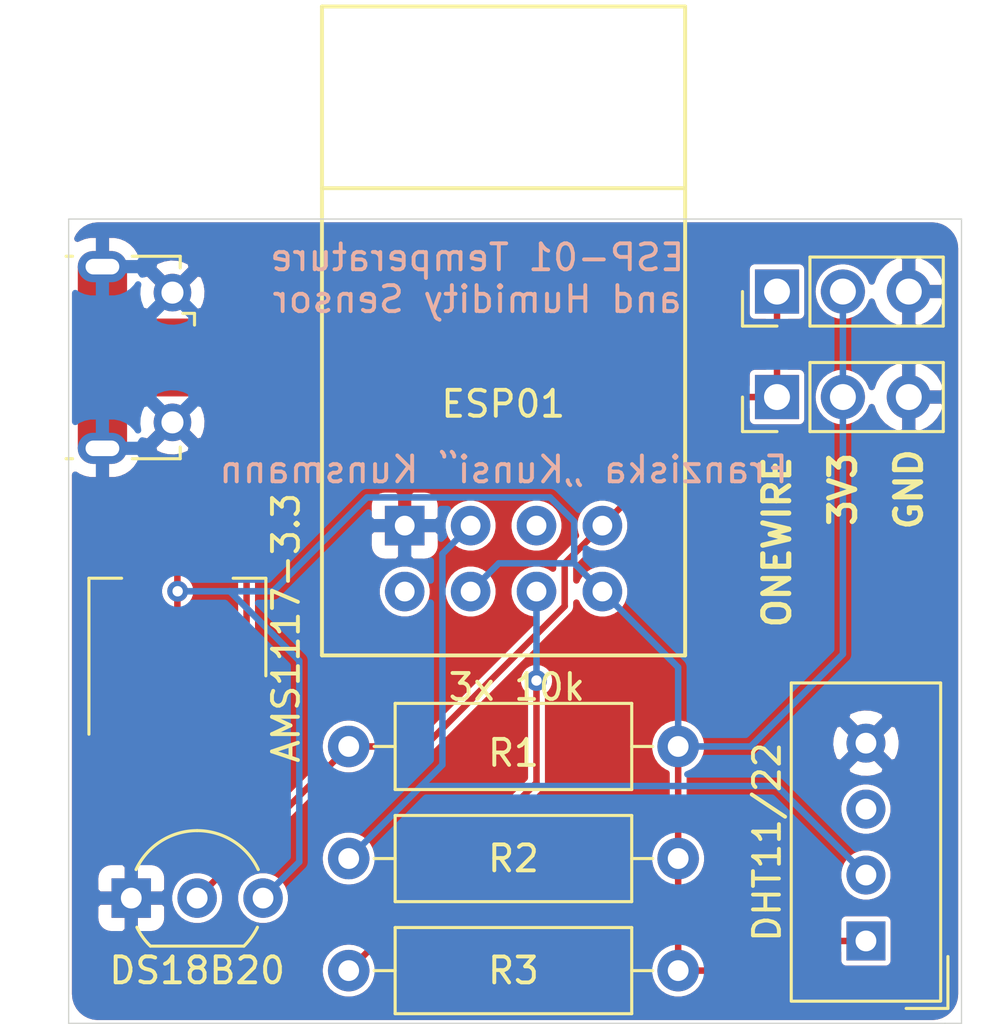
<source format=kicad_pcb>
(kicad_pcb (version 20171130) (host pcbnew 5.1.2)

  (general
    (thickness 1.6)
    (drawings 11)
    (tracks 57)
    (zones 0)
    (modules 10)
    (nets 13)
  )

  (page A4)
  (layers
    (0 F.Cu signal)
    (31 B.Cu signal)
    (32 B.Adhes user hide)
    (33 F.Adhes user hide)
    (34 B.Paste user hide)
    (35 F.Paste user hide)
    (36 B.SilkS user)
    (37 F.SilkS user)
    (38 B.Mask user)
    (39 F.Mask user)
    (40 Dwgs.User user hide)
    (41 Cmts.User user hide)
    (42 Eco1.User user hide)
    (43 Eco2.User user hide)
    (44 Edge.Cuts user)
    (45 Margin user hide)
    (46 B.CrtYd user hide)
    (47 F.CrtYd user hide)
    (48 B.Fab user hide)
    (49 F.Fab user)
  )

  (setup
    (last_trace_width 0.25)
    (trace_clearance 0.2)
    (zone_clearance 0)
    (zone_45_only no)
    (trace_min 0.2)
    (via_size 0.8)
    (via_drill 0.4)
    (via_min_size 0.4)
    (via_min_drill 0.3)
    (uvia_size 0.3)
    (uvia_drill 0.1)
    (uvias_allowed no)
    (uvia_min_size 0.2)
    (uvia_min_drill 0.1)
    (edge_width 0.05)
    (segment_width 0.2)
    (pcb_text_width 0.3)
    (pcb_text_size 1.5 1.5)
    (mod_edge_width 0.12)
    (mod_text_size 1 1)
    (mod_text_width 0.15)
    (pad_size 1.524 1.524)
    (pad_drill 0.762)
    (pad_to_mask_clearance 0.051)
    (solder_mask_min_width 0.25)
    (aux_axis_origin 0 0)
    (visible_elements FFFFFF7F)
    (pcbplotparams
      (layerselection 0x010f0_ffffffff)
      (usegerberextensions false)
      (usegerberattributes false)
      (usegerberadvancedattributes false)
      (creategerberjobfile false)
      (excludeedgelayer true)
      (linewidth 0.100000)
      (plotframeref false)
      (viasonmask false)
      (mode 1)
      (useauxorigin false)
      (hpglpennumber 1)
      (hpglpenspeed 20)
      (hpglpendiameter 15.000000)
      (psnegative false)
      (psa4output false)
      (plotreference true)
      (plotvalue true)
      (plotinvisibletext false)
      (padsonsilk false)
      (subtractmaskfromsilk false)
      (outputformat 1)
      (mirror false)
      (drillshape 0)
      (scaleselection 1)
      (outputdirectory "gerber/"))
  )

  (net 0 "")
  (net 1 ONEWIRE)
  (net 2 +3V3)
  (net 3 GND)
  (net 4 DHT11)
  (net 5 "Net-(J3-Pad7)")
  (net 6 "Net-(J4-Pad2)")
  (net 7 "Net-(J4-Pad1)")
  (net 8 "Net-(J4-Pad4)")
  (net 9 "Net-(J4-Pad3)")
  (net 10 "Net-(U2-Pad3)")
  (net 11 "Net-(J3-Pad5)")
  (net 12 "Net-(J3-Pad3)")

  (net_class Default "This is the default net class."
    (clearance 0.2)
    (trace_width 0.25)
    (via_dia 0.8)
    (via_drill 0.4)
    (uvia_dia 0.3)
    (uvia_drill 0.1)
    (add_net +3V3)
    (add_net DHT11)
    (add_net GND)
    (add_net "Net-(J3-Pad3)")
    (add_net "Net-(J3-Pad5)")
    (add_net "Net-(J3-Pad7)")
    (add_net "Net-(J4-Pad1)")
    (add_net "Net-(J4-Pad2)")
    (add_net "Net-(J4-Pad3)")
    (add_net "Net-(J4-Pad4)")
    (add_net "Net-(U2-Pad3)")
    (add_net ONEWIRE)
  )

  (module expressif:ESP-01 (layer F.Cu) (tedit 5D121D15) (tstamp 5D122194)
    (at 133.335 95.697)
    (path /5C67D195)
    (fp_text reference J3 (at 6.98754 13.3858) (layer F.Fab)
      (effects (font (size 1 1) (thickness 0.15)))
    )
    (fp_text value ESP01 (at 6.98754 15.31366) (layer F.SilkS)
      (effects (font (size 1 1) (thickness 0.15)))
    )
    (fp_line (start 0 7) (end 14 7) (layer F.SilkS) (width 0.15))
    (fp_line (start 0 0) (end 14 0) (layer F.SilkS) (width 0.15))
    (fp_line (start 14 0) (end 14 25) (layer F.SilkS) (width 0.15))
    (fp_line (start 0 25) (end 14 25) (layer F.SilkS) (width 0.15))
    (fp_line (start 0 0) (end 0 25) (layer F.SilkS) (width 0.15))
    (pad 8 thru_hole circle (at 10.81 22.54) (size 1.524 1.524) (drill 0.762) (layers *.Cu *.Mask)
      (net 2 +3V3))
    (pad 4 thru_hole circle (at 10.81 20) (size 1.524 1.524) (drill 0.762) (layers *.Cu *.Mask)
      (net 1 ONEWIRE))
    (pad 7 thru_hole circle (at 8.27 22.54) (size 1.524 1.524) (drill 0.762) (layers *.Cu *.Mask)
      (net 5 "Net-(J3-Pad7)"))
    (pad 3 thru_hole circle (at 8.27 20) (size 1.524 1.524) (drill 0.762) (layers *.Cu *.Mask)
      (net 12 "Net-(J3-Pad3)"))
    (pad 6 thru_hole circle (at 5.73 22.54) (size 1.524 1.524) (drill 0.762) (layers *.Cu *.Mask)
      (net 2 +3V3))
    (pad 2 thru_hole circle (at 5.73 20) (size 1.524 1.524) (drill 0.762) (layers *.Cu *.Mask)
      (net 4 DHT11))
    (pad 5 thru_hole circle (at 3.19 22.54) (size 1.524 1.524) (drill 0.762) (layers *.Cu *.Mask)
      (net 11 "Net-(J3-Pad5)"))
    (pad 1 thru_hole rect (at 3.19 20) (size 1.524 1.524) (drill 0.762) (layers *.Cu *.Mask)
      (net 3 GND))
  )

  (module TO_SOT_Packages_SMD:SOT-223-3_TabPin2 (layer F.Cu) (tedit 58CE4E7E) (tstamp 5CB2E9B1)
    (at 127.762 119.634 90)
    (descr "module CMS SOT223 4 pins")
    (tags "CMS SOT")
    (path /5C67C2FA)
    (attr smd)
    (fp_text reference U3 (at 0 -4.5 90) (layer F.SilkS) hide
      (effects (font (size 1 1) (thickness 0.15)))
    )
    (fp_text value AMS1117-3.3 (at 0 4.191 270) (layer F.SilkS)
      (effects (font (size 1 1) (thickness 0.15)))
    )
    (fp_text user %R (at 0 0 180) (layer F.Fab)
      (effects (font (size 0.8 0.8) (thickness 0.12)))
    )
    (fp_line (start 1.91 3.41) (end 1.91 2.15) (layer F.SilkS) (width 0.12))
    (fp_line (start 1.91 -3.41) (end 1.91 -2.15) (layer F.SilkS) (width 0.12))
    (fp_line (start 4.4 -3.6) (end -4.4 -3.6) (layer F.CrtYd) (width 0.05))
    (fp_line (start 4.4 3.6) (end 4.4 -3.6) (layer F.CrtYd) (width 0.05))
    (fp_line (start -4.4 3.6) (end 4.4 3.6) (layer F.CrtYd) (width 0.05))
    (fp_line (start -4.4 -3.6) (end -4.4 3.6) (layer F.CrtYd) (width 0.05))
    (fp_line (start -1.85 -2.35) (end -0.85 -3.35) (layer F.Fab) (width 0.1))
    (fp_line (start -1.85 -2.35) (end -1.85 3.35) (layer F.Fab) (width 0.1))
    (fp_line (start -1.85 3.41) (end 1.91 3.41) (layer F.SilkS) (width 0.12))
    (fp_line (start -0.85 -3.35) (end 1.85 -3.35) (layer F.Fab) (width 0.1))
    (fp_line (start -4.1 -3.41) (end 1.91 -3.41) (layer F.SilkS) (width 0.12))
    (fp_line (start -1.85 3.35) (end 1.85 3.35) (layer F.Fab) (width 0.1))
    (fp_line (start 1.85 -3.35) (end 1.85 3.35) (layer F.Fab) (width 0.1))
    (pad 2 smd rect (at 3.15 0 90) (size 2 3.8) (layers F.Cu F.Paste F.Mask)
      (net 2 +3V3))
    (pad 2 smd rect (at -3.15 0 90) (size 2 1.5) (layers F.Cu F.Paste F.Mask)
      (net 2 +3V3))
    (pad 3 smd rect (at -3.15 2.3 90) (size 2 1.5) (layers F.Cu F.Paste F.Mask)
      (net 7 "Net-(J4-Pad1)"))
    (pad 1 smd rect (at -3.15 -2.3 90) (size 2 1.5) (layers F.Cu F.Paste F.Mask)
      (net 3 GND))
    (model ${KISYS3DMOD}/TO_SOT_Packages_SMD.3dshapes/SOT-223.wrl
      (at (xyz 0 0 0))
      (scale (xyz 1 1 1))
      (rotate (xyz 0 0 0))
    )
  )

  (module Sensor:Aosong_DHT11_5.5x12.0_P2.54mm (layer F.Cu) (tedit 5C4B60CF) (tstamp 5CB2F8A4)
    (at 154.305 131.699 180)
    (descr "Temperature and humidity module, http://akizukidenshi.com/download/ds/aosong/DHT11.pdf")
    (tags "Temperature and humidity module")
    (path /5C9A7036)
    (fp_text reference U2 (at -1 -3.5 180) (layer F.SilkS) hide
      (effects (font (size 1 1) (thickness 0.15)))
    )
    (fp_text value DHT11/22 (at 3.81 3.81 270) (layer F.SilkS)
      (effects (font (size 1 1) (thickness 0.15)))
    )
    (fp_line (start -3.16 -2.6) (end -1.55 -2.6) (layer F.SilkS) (width 0.12))
    (fp_line (start -3.16 -2.6) (end -3.16 -0.6) (layer F.SilkS) (width 0.12))
    (fp_line (start -2.75 -1.19) (end -1.75 -2.19) (layer F.Fab) (width 0.1))
    (fp_line (start -3 10.06) (end -3 -2.44) (layer F.CrtYd) (width 0.05))
    (fp_line (start 3 10.06) (end -3 10.06) (layer F.CrtYd) (width 0.05))
    (fp_line (start 3 -2.44) (end 3 10.06) (layer F.CrtYd) (width 0.05))
    (fp_line (start -3 -2.44) (end 3 -2.44) (layer F.CrtYd) (width 0.05))
    (fp_text user %R (at 1.725 4.351 180) (layer F.Fab)
      (effects (font (size 1 1) (thickness 0.15)))
    )
    (fp_line (start -2.88 9.94) (end -2.88 -2.31) (layer F.SilkS) (width 0.12))
    (fp_line (start 2.88 9.94) (end -2.88 9.94) (layer F.SilkS) (width 0.12))
    (fp_line (start 2.88 -2.32) (end 2.88 9.94) (layer F.SilkS) (width 0.12))
    (fp_line (start -2.87 -2.32) (end 2.87 -2.32) (layer F.SilkS) (width 0.12))
    (fp_line (start -2.75 -1.19) (end -2.75 9.81) (layer F.Fab) (width 0.1))
    (fp_line (start 2.75 9.81) (end -2.75 9.81) (layer F.Fab) (width 0.1))
    (fp_line (start 2.75 -2.19) (end 2.75 9.81) (layer F.Fab) (width 0.1))
    (fp_line (start -1.75 -2.19) (end 2.75 -2.19) (layer F.Fab) (width 0.1))
    (pad 4 thru_hole circle (at 0 7.62 180) (size 1.5 1.5) (drill 0.8) (layers *.Cu *.Mask)
      (net 3 GND))
    (pad 3 thru_hole circle (at 0 5.08 180) (size 1.5 1.5) (drill 0.8) (layers *.Cu *.Mask)
      (net 10 "Net-(U2-Pad3)"))
    (pad 2 thru_hole circle (at 0 2.54 180) (size 1.5 1.5) (drill 0.8) (layers *.Cu *.Mask)
      (net 4 DHT11))
    (pad 1 thru_hole rect (at 0 0 180) (size 1.5 1.5) (drill 0.8) (layers *.Cu *.Mask)
      (net 2 +3V3))
    (model ${KISYS3DMOD}/Sensor.3dshapes/Aosong_DHT11_5.5x12.0_P2.54mm.wrl
      (at (xyz 0 0 0))
      (scale (xyz 1 1 1))
      (rotate (xyz 0 0 0))
    )
  )

  (module TO_SOT_Packages_THT:TO-92_Inline_Wide (layer F.Cu) (tedit 58CE52AF) (tstamp 5CB2E996)
    (at 125.984 130.048)
    (descr "TO-92 leads in-line, wide, drill 0.8mm (see NXP sot054_po.pdf)")
    (tags "to-92 sc-43 sc-43a sot54 PA33 transistor")
    (path /5C67BCCC)
    (fp_text reference U1 (at 2.54 -3.56 180) (layer F.SilkS) hide
      (effects (font (size 1 1) (thickness 0.15)))
    )
    (fp_text value DS18B20 (at 2.54 2.79) (layer F.SilkS)
      (effects (font (size 1 1) (thickness 0.15)))
    )
    (fp_text user %R (at 2.54 -3.56 180) (layer F.Fab)
      (effects (font (size 1 1) (thickness 0.15)))
    )
    (fp_line (start 0.74 1.85) (end 4.34 1.85) (layer F.SilkS) (width 0.12))
    (fp_line (start 0.8 1.75) (end 4.3 1.75) (layer F.Fab) (width 0.1))
    (fp_line (start -1.01 -2.73) (end 6.09 -2.73) (layer F.CrtYd) (width 0.05))
    (fp_line (start -1.01 -2.73) (end -1.01 2.01) (layer F.CrtYd) (width 0.05))
    (fp_line (start 6.09 2.01) (end 6.09 -2.73) (layer F.CrtYd) (width 0.05))
    (fp_line (start 6.09 2.01) (end -1.01 2.01) (layer F.CrtYd) (width 0.05))
    (fp_arc (start 2.54 0) (end 0.74 1.85) (angle 20) (layer F.SilkS) (width 0.12))
    (fp_arc (start 2.54 0) (end 2.54 -2.6) (angle -65) (layer F.SilkS) (width 0.12))
    (fp_arc (start 2.54 0) (end 2.54 -2.6) (angle 65) (layer F.SilkS) (width 0.12))
    (fp_arc (start 2.54 0) (end 2.54 -2.48) (angle 135) (layer F.Fab) (width 0.1))
    (fp_arc (start 2.54 0) (end 2.54 -2.48) (angle -135) (layer F.Fab) (width 0.1))
    (fp_arc (start 2.54 0) (end 4.34 1.85) (angle -20) (layer F.SilkS) (width 0.12))
    (pad 2 thru_hole circle (at 2.54 0 90) (size 1.52 1.52) (drill 0.8) (layers *.Cu *.Mask)
      (net 1 ONEWIRE))
    (pad 3 thru_hole circle (at 5.08 0 90) (size 1.52 1.52) (drill 0.8) (layers *.Cu *.Mask)
      (net 2 +3V3))
    (pad 1 thru_hole rect (at 0 0 90) (size 1.52 1.52) (drill 0.8) (layers *.Cu *.Mask)
      (net 3 GND))
    (model ${KISYS3DMOD}/TO_SOT_Packages_THT.3dshapes/TO-92_Inline_Wide.wrl
      (offset (xyz 2.539999961853027 0 0))
      (scale (xyz 1 1 1))
      (rotate (xyz 0 0 -90))
    )
  )

  (module Resistors_THT:R_Axial_DIN0309_L9.0mm_D3.2mm_P12.70mm_Horizontal (layer F.Cu) (tedit 5874F706) (tstamp 5CB2E993)
    (at 147.066 132.842 180)
    (descr "Resistor, Axial_DIN0309 series, Axial, Horizontal, pin pitch=12.7mm, 0.5W = 1/2W, length*diameter=9*3.2mm^2, http://cdn-reichelt.de/documents/datenblatt/B400/1_4W%23YAG.pdf")
    (tags "Resistor Axial_DIN0309 series Axial Horizontal pin pitch 12.7mm 0.5W = 1/2W length 9mm diameter 3.2mm")
    (path /5C67D296)
    (fp_text reference R3 (at 6.35 0 180) (layer F.SilkS)
      (effects (font (size 1 1) (thickness 0.15)))
    )
    (fp_text value 10k (at 6.35 2.66 180) (layer F.Fab)
      (effects (font (size 1 1) (thickness 0.15)))
    )
    (fp_line (start 1.85 -1.6) (end 1.85 1.6) (layer F.Fab) (width 0.1))
    (fp_line (start 1.85 1.6) (end 10.85 1.6) (layer F.Fab) (width 0.1))
    (fp_line (start 10.85 1.6) (end 10.85 -1.6) (layer F.Fab) (width 0.1))
    (fp_line (start 10.85 -1.6) (end 1.85 -1.6) (layer F.Fab) (width 0.1))
    (fp_line (start 0 0) (end 1.85 0) (layer F.Fab) (width 0.1))
    (fp_line (start 12.7 0) (end 10.85 0) (layer F.Fab) (width 0.1))
    (fp_line (start 1.79 -1.66) (end 1.79 1.66) (layer F.SilkS) (width 0.12))
    (fp_line (start 1.79 1.66) (end 10.91 1.66) (layer F.SilkS) (width 0.12))
    (fp_line (start 10.91 1.66) (end 10.91 -1.66) (layer F.SilkS) (width 0.12))
    (fp_line (start 10.91 -1.66) (end 1.79 -1.66) (layer F.SilkS) (width 0.12))
    (fp_line (start 0.98 0) (end 1.79 0) (layer F.SilkS) (width 0.12))
    (fp_line (start 11.72 0) (end 10.91 0) (layer F.SilkS) (width 0.12))
    (fp_line (start -1.05 -1.95) (end -1.05 1.95) (layer F.CrtYd) (width 0.05))
    (fp_line (start -1.05 1.95) (end 13.75 1.95) (layer F.CrtYd) (width 0.05))
    (fp_line (start 13.75 1.95) (end 13.75 -1.95) (layer F.CrtYd) (width 0.05))
    (fp_line (start 13.75 -1.95) (end -1.05 -1.95) (layer F.CrtYd) (width 0.05))
    (pad 1 thru_hole circle (at 0 0 180) (size 1.6 1.6) (drill 0.8) (layers *.Cu *.Mask)
      (net 2 +3V3))
    (pad 2 thru_hole oval (at 12.7 0 180) (size 1.6 1.6) (drill 0.8) (layers *.Cu *.Mask)
      (net 5 "Net-(J3-Pad7)"))
    (model ${KISYS3DMOD}/Resistors_THT.3dshapes/R_Axial_DIN0309_L9.0mm_D3.2mm_P12.70mm_Horizontal.wrl
      (at (xyz 0 0 0))
      (scale (xyz 0.393701 0.393701 0.393701))
      (rotate (xyz 0 0 0))
    )
  )

  (module Resistors_THT:R_Axial_DIN0309_L9.0mm_D3.2mm_P12.70mm_Horizontal (layer F.Cu) (tedit 5874F706) (tstamp 5CB2E990)
    (at 147.066 128.524 180)
    (descr "Resistor, Axial_DIN0309 series, Axial, Horizontal, pin pitch=12.7mm, 0.5W = 1/2W, length*diameter=9*3.2mm^2, http://cdn-reichelt.de/documents/datenblatt/B400/1_4W%23YAG.pdf")
    (tags "Resistor Axial_DIN0309 series Axial Horizontal pin pitch 12.7mm 0.5W = 1/2W length 9mm diameter 3.2mm")
    (path /5C67C002)
    (fp_text reference R2 (at 6.35 0 180) (layer F.SilkS)
      (effects (font (size 1 1) (thickness 0.15)))
    )
    (fp_text value 10k (at 6.35 2.66 180) (layer F.Fab)
      (effects (font (size 1 1) (thickness 0.15)))
    )
    (fp_line (start 1.85 -1.6) (end 1.85 1.6) (layer F.Fab) (width 0.1))
    (fp_line (start 1.85 1.6) (end 10.85 1.6) (layer F.Fab) (width 0.1))
    (fp_line (start 10.85 1.6) (end 10.85 -1.6) (layer F.Fab) (width 0.1))
    (fp_line (start 10.85 -1.6) (end 1.85 -1.6) (layer F.Fab) (width 0.1))
    (fp_line (start 0 0) (end 1.85 0) (layer F.Fab) (width 0.1))
    (fp_line (start 12.7 0) (end 10.85 0) (layer F.Fab) (width 0.1))
    (fp_line (start 1.79 -1.66) (end 1.79 1.66) (layer F.SilkS) (width 0.12))
    (fp_line (start 1.79 1.66) (end 10.91 1.66) (layer F.SilkS) (width 0.12))
    (fp_line (start 10.91 1.66) (end 10.91 -1.66) (layer F.SilkS) (width 0.12))
    (fp_line (start 10.91 -1.66) (end 1.79 -1.66) (layer F.SilkS) (width 0.12))
    (fp_line (start 0.98 0) (end 1.79 0) (layer F.SilkS) (width 0.12))
    (fp_line (start 11.72 0) (end 10.91 0) (layer F.SilkS) (width 0.12))
    (fp_line (start -1.05 -1.95) (end -1.05 1.95) (layer F.CrtYd) (width 0.05))
    (fp_line (start -1.05 1.95) (end 13.75 1.95) (layer F.CrtYd) (width 0.05))
    (fp_line (start 13.75 1.95) (end 13.75 -1.95) (layer F.CrtYd) (width 0.05))
    (fp_line (start 13.75 -1.95) (end -1.05 -1.95) (layer F.CrtYd) (width 0.05))
    (pad 1 thru_hole circle (at 0 0 180) (size 1.6 1.6) (drill 0.8) (layers *.Cu *.Mask)
      (net 2 +3V3))
    (pad 2 thru_hole oval (at 12.7 0 180) (size 1.6 1.6) (drill 0.8) (layers *.Cu *.Mask)
      (net 4 DHT11))
    (model ${KISYS3DMOD}/Resistors_THT.3dshapes/R_Axial_DIN0309_L9.0mm_D3.2mm_P12.70mm_Horizontal.wrl
      (at (xyz 0 0 0))
      (scale (xyz 0.393701 0.393701 0.393701))
      (rotate (xyz 0 0 0))
    )
  )

  (module Resistors_THT:R_Axial_DIN0309_L9.0mm_D3.2mm_P12.70mm_Horizontal (layer F.Cu) (tedit 5874F706) (tstamp 5CB2E98D)
    (at 147.066 124.206 180)
    (descr "Resistor, Axial_DIN0309 series, Axial, Horizontal, pin pitch=12.7mm, 0.5W = 1/2W, length*diameter=9*3.2mm^2, http://cdn-reichelt.de/documents/datenblatt/B400/1_4W%23YAG.pdf")
    (tags "Resistor Axial_DIN0309 series Axial Horizontal pin pitch 12.7mm 0.5W = 1/2W length 9mm diameter 3.2mm")
    (path /5C67C0B0)
    (fp_text reference R1 (at 6.35 -0.254 180) (layer F.SilkS)
      (effects (font (size 1 1) (thickness 0.15)))
    )
    (fp_text value 10k (at 6.35 2.66 180) (layer F.Fab)
      (effects (font (size 1 1) (thickness 0.15)))
    )
    (fp_line (start 1.85 -1.6) (end 1.85 1.6) (layer F.Fab) (width 0.1))
    (fp_line (start 1.85 1.6) (end 10.85 1.6) (layer F.Fab) (width 0.1))
    (fp_line (start 10.85 1.6) (end 10.85 -1.6) (layer F.Fab) (width 0.1))
    (fp_line (start 10.85 -1.6) (end 1.85 -1.6) (layer F.Fab) (width 0.1))
    (fp_line (start 0 0) (end 1.85 0) (layer F.Fab) (width 0.1))
    (fp_line (start 12.7 0) (end 10.85 0) (layer F.Fab) (width 0.1))
    (fp_line (start 1.79 -1.66) (end 1.79 1.66) (layer F.SilkS) (width 0.12))
    (fp_line (start 1.79 1.66) (end 10.91 1.66) (layer F.SilkS) (width 0.12))
    (fp_line (start 10.91 1.66) (end 10.91 -1.66) (layer F.SilkS) (width 0.12))
    (fp_line (start 10.91 -1.66) (end 1.79 -1.66) (layer F.SilkS) (width 0.12))
    (fp_line (start 0.98 0) (end 1.79 0) (layer F.SilkS) (width 0.12))
    (fp_line (start 11.72 0) (end 10.91 0) (layer F.SilkS) (width 0.12))
    (fp_line (start -1.05 -1.95) (end -1.05 1.95) (layer F.CrtYd) (width 0.05))
    (fp_line (start -1.05 1.95) (end 13.75 1.95) (layer F.CrtYd) (width 0.05))
    (fp_line (start 13.75 1.95) (end 13.75 -1.95) (layer F.CrtYd) (width 0.05))
    (fp_line (start 13.75 -1.95) (end -1.05 -1.95) (layer F.CrtYd) (width 0.05))
    (pad 1 thru_hole circle (at 0 0 180) (size 1.6 1.6) (drill 0.8) (layers *.Cu *.Mask)
      (net 2 +3V3))
    (pad 2 thru_hole oval (at 12.7 0 180) (size 1.6 1.6) (drill 0.8) (layers *.Cu *.Mask)
      (net 1 ONEWIRE))
    (model ${KISYS3DMOD}/Resistors_THT.3dshapes/R_Axial_DIN0309_L9.0mm_D3.2mm_P12.70mm_Horizontal.wrl
      (at (xyz 0 0 0))
      (scale (xyz 0.393701 0.393701 0.393701))
      (rotate (xyz 0 0 0))
    )
  )

  (module Connectors_USB:USB_Micro-B_Molex-105017-0001 (layer F.Cu) (tedit 598B308E) (tstamp 5CB2E98A)
    (at 125.222 109.22 270)
    (descr http://www.molex.com/pdm_docs/sd/1050170001_sd.pdf)
    (tags "Micro-USB SMD Typ-B")
    (path /5C67C3B0)
    (attr smd)
    (fp_text reference J4 (at 0 -4 270) (layer F.SilkS) hide
      (effects (font (size 1 1) (thickness 0.15)))
    )
    (fp_text value USB_B_Micro (at 0.3 3.45 270) (layer F.Fab)
      (effects (font (size 1 1) (thickness 0.15)))
    )
    (fp_line (start -4.4 2.75) (end 4.4 2.75) (layer F.CrtYd) (width 0.05))
    (fp_line (start 4.4 -3.35) (end 4.4 2.75) (layer F.CrtYd) (width 0.05))
    (fp_line (start -4.4 -3.35) (end 4.4 -3.35) (layer F.CrtYd) (width 0.05))
    (fp_line (start -4.4 2.75) (end -4.4 -3.35) (layer F.CrtYd) (width 0.05))
    (fp_text user "PCB Edge" (at 0 1.8 270) (layer Dwgs.User)
      (effects (font (size 0.5 0.5) (thickness 0.08)))
    )
    (fp_line (start -3.9 -2.65) (end -3.45 -2.65) (layer F.SilkS) (width 0.12))
    (fp_line (start -3.9 -0.8) (end -3.9 -2.65) (layer F.SilkS) (width 0.12))
    (fp_line (start 3.9 1.75) (end 3.9 1.5) (layer F.SilkS) (width 0.12))
    (fp_line (start 3.75 2.5) (end 3.75 -2.5) (layer F.Fab) (width 0.1))
    (fp_line (start -3 1.801704) (end 3 1.801704) (layer F.Fab) (width 0.1))
    (fp_line (start -3.75 2.501704) (end 3.75 2.501704) (layer F.Fab) (width 0.1))
    (fp_line (start -3.75 -2.5) (end 3.75 -2.5) (layer F.Fab) (width 0.1))
    (fp_line (start -3.75 2.5) (end -3.75 -2.5) (layer F.Fab) (width 0.1))
    (fp_line (start -3.9 1.75) (end -3.9 1.5) (layer F.SilkS) (width 0.12))
    (fp_line (start 3.9 -0.8) (end 3.9 -2.65) (layer F.SilkS) (width 0.12))
    (fp_line (start 3.9 -2.65) (end 3.45 -2.65) (layer F.SilkS) (width 0.12))
    (fp_text user %R (at 0 0 270) (layer F.Fab)
      (effects (font (size 1 1) (thickness 0.15)))
    )
    (fp_line (start -1.7 -3.2) (end -1.25 -3.2) (layer F.SilkS) (width 0.12))
    (fp_line (start -1.7 -3.2) (end -1.7 -2.75) (layer F.SilkS) (width 0.12))
    (fp_line (start -1.3 -2.6) (end -1.5 -2.8) (layer F.Fab) (width 0.1))
    (fp_line (start -1.1 -2.8) (end -1.3 -2.6) (layer F.Fab) (width 0.1))
    (fp_line (start -1.5 -3.01) (end -1.1 -3.01) (layer F.Fab) (width 0.1))
    (fp_line (start -1.5 -3.01) (end -1.5 -2.8) (layer F.Fab) (width 0.1))
    (fp_line (start -1.1 -3.01) (end -1.1 -2.8) (layer F.Fab) (width 0.1))
    (pad 6 smd rect (at 1 0.35 270) (size 1.5 1.9) (layers F.Cu F.Paste F.Mask)
      (net 3 GND))
    (pad 6 thru_hole circle (at -2.5 -2.35 270) (size 1.45 1.45) (drill 0.85) (layers *.Cu *.Mask)
      (net 3 GND))
    (pad 2 smd rect (at -0.65 -2.35 270) (size 0.4 1.35) (layers F.Cu F.Paste F.Mask)
      (net 6 "Net-(J4-Pad2)"))
    (pad 1 smd rect (at -1.3 -2.35 270) (size 0.4 1.35) (layers F.Cu F.Paste F.Mask)
      (net 7 "Net-(J4-Pad1)"))
    (pad 5 smd rect (at 1.3 -2.35 270) (size 0.4 1.35) (layers F.Cu F.Paste F.Mask)
      (net 3 GND))
    (pad 4 smd rect (at 0.65 -2.35 270) (size 0.4 1.35) (layers F.Cu F.Paste F.Mask)
      (net 8 "Net-(J4-Pad4)"))
    (pad 3 smd rect (at 0 -2.35 270) (size 0.4 1.35) (layers F.Cu F.Paste F.Mask)
      (net 9 "Net-(J4-Pad3)"))
    (pad 6 thru_hole circle (at 2.5 -2.35 270) (size 1.45 1.45) (drill 0.85) (layers *.Cu *.Mask)
      (net 3 GND))
    (pad 6 smd rect (at -1 0.35 270) (size 1.5 1.9) (layers F.Cu F.Paste F.Mask)
      (net 3 GND))
    (pad 6 thru_hole oval (at -3.5 0.35 90) (size 1.2 1.9) (drill oval 0.6 1.3) (layers *.Cu *.Mask)
      (net 3 GND))
    (pad 6 thru_hole oval (at 3.5 0.35 270) (size 1.2 1.9) (drill oval 0.6 1.3) (layers *.Cu *.Mask)
      (net 3 GND))
    (pad 6 smd rect (at 2.9 0.35 270) (size 1.2 1.9) (layers F.Cu F.Mask)
      (net 3 GND))
    (pad 6 smd rect (at -2.9 0.35 270) (size 1.2 1.9) (layers F.Cu F.Mask)
      (net 3 GND))
    (model ${KISYS3DMOD}/Connectors_USB.3dshapes/USB_Micro-B_Molex-105017-0001.wrl
      (at (xyz 0 0 0))
      (scale (xyz 1 1 1))
      (rotate (xyz 0 0 0))
    )
  )

  (module Pin_Headers:Pin_Header_Straight_1x03_Pitch2.54mm (layer F.Cu) (tedit 59650532) (tstamp 5CB2FFAC)
    (at 150.876 110.744 90)
    (descr "Through hole straight pin header, 1x03, 2.54mm pitch, single row")
    (tags "Through hole pin header THT 1x03 2.54mm single row")
    (path /5C67BF55)
    (fp_text reference J2 (at 0 -2.33 90) (layer F.SilkS) hide
      (effects (font (size 1 1) (thickness 0.15)))
    )
    (fp_text value onewire_addon_2 (at 0 7.41 90) (layer F.Fab)
      (effects (font (size 1 1) (thickness 0.15)))
    )
    (fp_line (start -0.635 -1.27) (end 1.27 -1.27) (layer F.Fab) (width 0.1))
    (fp_line (start 1.27 -1.27) (end 1.27 6.35) (layer F.Fab) (width 0.1))
    (fp_line (start 1.27 6.35) (end -1.27 6.35) (layer F.Fab) (width 0.1))
    (fp_line (start -1.27 6.35) (end -1.27 -0.635) (layer F.Fab) (width 0.1))
    (fp_line (start -1.27 -0.635) (end -0.635 -1.27) (layer F.Fab) (width 0.1))
    (fp_line (start -1.33 6.41) (end 1.33 6.41) (layer F.SilkS) (width 0.12))
    (fp_line (start -1.33 1.27) (end -1.33 6.41) (layer F.SilkS) (width 0.12))
    (fp_line (start 1.33 1.27) (end 1.33 6.41) (layer F.SilkS) (width 0.12))
    (fp_line (start -1.33 1.27) (end 1.33 1.27) (layer F.SilkS) (width 0.12))
    (fp_line (start -1.33 0) (end -1.33 -1.33) (layer F.SilkS) (width 0.12))
    (fp_line (start -1.33 -1.33) (end 0 -1.33) (layer F.SilkS) (width 0.12))
    (fp_line (start -1.8 -1.8) (end -1.8 6.85) (layer F.CrtYd) (width 0.05))
    (fp_line (start -1.8 6.85) (end 1.8 6.85) (layer F.CrtYd) (width 0.05))
    (fp_line (start 1.8 6.85) (end 1.8 -1.8) (layer F.CrtYd) (width 0.05))
    (fp_line (start 1.8 -1.8) (end -1.8 -1.8) (layer F.CrtYd) (width 0.05))
    (fp_text user %R (at 0 2.54 180) (layer F.Fab)
      (effects (font (size 1 1) (thickness 0.15)))
    )
    (pad 1 thru_hole rect (at 0 0 90) (size 1.7 1.7) (drill 1) (layers *.Cu *.Mask)
      (net 1 ONEWIRE))
    (pad 2 thru_hole oval (at 0 2.54 90) (size 1.7 1.7) (drill 1) (layers *.Cu *.Mask)
      (net 2 +3V3))
    (pad 3 thru_hole oval (at 0 5.08 90) (size 1.7 1.7) (drill 1) (layers *.Cu *.Mask)
      (net 3 GND))
    (model ${KISYS3DMOD}/Pin_Headers.3dshapes/Pin_Header_Straight_1x03_Pitch2.54mm.wrl
      (at (xyz 0 0 0))
      (scale (xyz 1 1 1))
      (rotate (xyz 0 0 0))
    )
  )

  (module Pin_Headers:Pin_Header_Straight_1x03_Pitch2.54mm (layer F.Cu) (tedit 59650532) (tstamp 5CB2FECD)
    (at 150.876 106.68 90)
    (descr "Through hole straight pin header, 1x03, 2.54mm pitch, single row")
    (tags "Through hole pin header THT 1x03 2.54mm single row")
    (path /5C67BF0B)
    (fp_text reference J1 (at 0 -2.33 90) (layer F.SilkS) hide
      (effects (font (size 1 1) (thickness 0.15)))
    )
    (fp_text value onewire_addon_1 (at 0 7.41 90) (layer F.Fab)
      (effects (font (size 1 1) (thickness 0.15)))
    )
    (fp_line (start -0.635 -1.27) (end 1.27 -1.27) (layer F.Fab) (width 0.1))
    (fp_line (start 1.27 -1.27) (end 1.27 6.35) (layer F.Fab) (width 0.1))
    (fp_line (start 1.27 6.35) (end -1.27 6.35) (layer F.Fab) (width 0.1))
    (fp_line (start -1.27 6.35) (end -1.27 -0.635) (layer F.Fab) (width 0.1))
    (fp_line (start -1.27 -0.635) (end -0.635 -1.27) (layer F.Fab) (width 0.1))
    (fp_line (start -1.33 6.41) (end 1.33 6.41) (layer F.SilkS) (width 0.12))
    (fp_line (start -1.33 1.27) (end -1.33 6.41) (layer F.SilkS) (width 0.12))
    (fp_line (start 1.33 1.27) (end 1.33 6.41) (layer F.SilkS) (width 0.12))
    (fp_line (start -1.33 1.27) (end 1.33 1.27) (layer F.SilkS) (width 0.12))
    (fp_line (start -1.33 0) (end -1.33 -1.33) (layer F.SilkS) (width 0.12))
    (fp_line (start -1.33 -1.33) (end 0 -1.33) (layer F.SilkS) (width 0.12))
    (fp_line (start -1.8 -1.8) (end -1.8 6.85) (layer F.CrtYd) (width 0.05))
    (fp_line (start -1.8 6.85) (end 1.8 6.85) (layer F.CrtYd) (width 0.05))
    (fp_line (start 1.8 6.85) (end 1.8 -1.8) (layer F.CrtYd) (width 0.05))
    (fp_line (start 1.8 -1.8) (end -1.8 -1.8) (layer F.CrtYd) (width 0.05))
    (fp_text user %R (at 0 2.54 180) (layer F.Fab)
      (effects (font (size 1 1) (thickness 0.15)))
    )
    (pad 1 thru_hole rect (at 0 0 90) (size 1.7 1.7) (drill 1) (layers *.Cu *.Mask)
      (net 1 ONEWIRE))
    (pad 2 thru_hole oval (at 0 2.54 90) (size 1.7 1.7) (drill 1) (layers *.Cu *.Mask)
      (net 2 +3V3))
    (pad 3 thru_hole oval (at 0 5.08 90) (size 1.7 1.7) (drill 1) (layers *.Cu *.Mask)
      (net 3 GND))
    (model ${KISYS3DMOD}/Pin_Headers.3dshapes/Pin_Header_Straight_1x03_Pitch2.54mm.wrl
      (at (xyz 0 0 0))
      (scale (xyz 1 1 1))
      (rotate (xyz 0 0 0))
    )
  )

  (gr_text "3x 10k" (at 140.843 121.92) (layer F.SilkS) (tstamp 5D12243D)
    (effects (font (size 1 1) (thickness 0.15)))
  )
  (gr_text "Franziska „Kunsi“ Kunsmann" (at 140.335 113.538) (layer B.SilkS) (tstamp 5CB30942)
    (effects (font (size 1 1) (thickness 0.15)) (justify mirror))
  )
  (gr_text "ESP-01 Temperature\nand Humidity Sensor" (at 139.319 106.172) (layer B.SilkS)
    (effects (font (size 1 1) (thickness 0.15)) (justify mirror))
  )
  (gr_line (start 157.988 103.886) (end 123.571 103.886) (layer Edge.Cuts) (width 0.05) (tstamp 5CB306C9))
  (gr_line (start 157.988 134.874) (end 157.988 103.886) (layer Edge.Cuts) (width 0.05))
  (gr_line (start 157.353 134.874) (end 157.988 134.874) (layer Edge.Cuts) (width 0.05))
  (gr_line (start 123.571 134.874) (end 157.353 134.874) (layer Edge.Cuts) (width 0.05))
  (gr_line (start 123.571 103.886) (end 123.571 134.874) (layer Edge.Cuts) (width 0.05))
  (gr_text GND (at 155.956 114.3 90) (layer F.SilkS)
    (effects (font (size 1 1) (thickness 0.2)))
  )
  (gr_text 3V3 (at 153.416 114.3 90) (layer F.SilkS)
    (effects (font (size 1 1) (thickness 0.2)))
  )
  (gr_text ONEWIRE (at 150.876 116.332 90) (layer F.SilkS)
    (effects (font (size 1 1) (thickness 0.2)))
  )

  (segment (start 134.366 124.206) (end 128.524 130.048) (width 0.25) (layer F.Cu) (net 1))
  (segment (start 150.876 107.78) (end 150.876 110.744) (width 0.25) (layer F.Cu) (net 1))
  (segment (start 150.876 106.68) (end 150.876 107.78) (width 0.25) (layer F.Cu) (net 1))
  (segment (start 149.098 110.744) (end 150.876 110.744) (width 0.25) (layer F.Cu) (net 1))
  (segment (start 144.145 115.697) (end 149.098 110.744) (width 0.25) (layer F.Cu) (net 1))
  (segment (start 135.49737 124.206) (end 134.366 124.206) (width 0.25) (layer F.Cu) (net 1))
  (segment (start 137.287 124.206) (end 135.49737 124.206) (width 0.25) (layer F.Cu) (net 1))
  (segment (start 142.692001 118.800999) (end 137.287 124.206) (width 0.25) (layer F.Cu) (net 1))
  (segment (start 142.692001 117.149999) (end 142.692001 118.800999) (width 0.25) (layer F.Cu) (net 1))
  (segment (start 144.145 115.697) (end 142.692001 117.149999) (width 0.25) (layer F.Cu) (net 1))
  (segment (start 127.762 116.484) (end 127.762 122.784) (width 0.25) (layer F.Cu) (net 2))
  (via (at 127.772001 118.226999) (size 0.8) (drill 0.4) (layers F.Cu B.Cu) (net 2))
  (segment (start 147.066 124.206) (end 147.066 128.524) (width 0.25) (layer F.Cu) (net 2))
  (segment (start 147.066 129.65537) (end 147.066 132.842) (width 0.25) (layer F.Cu) (net 2))
  (segment (start 147.066 128.524) (end 147.066 129.65537) (width 0.25) (layer F.Cu) (net 2))
  (segment (start 147.066 124.206) (end 149.86 124.206) (width 0.25) (layer B.Cu) (net 2))
  (segment (start 149.86 124.206) (end 150.876 123.19) (width 0.25) (layer B.Cu) (net 2))
  (segment (start 153.416 107.882081) (end 153.416 110.744) (width 0.25) (layer B.Cu) (net 2))
  (segment (start 153.416 106.68) (end 153.416 107.882081) (width 0.25) (layer B.Cu) (net 2))
  (segment (start 153.416 120.65) (end 150.876 123.19) (width 0.25) (layer B.Cu) (net 2))
  (segment (start 153.416 110.744) (end 153.416 120.65) (width 0.25) (layer B.Cu) (net 2))
  (segment (start 147.066 132.842) (end 149.479 132.842) (width 0.25) (layer F.Cu) (net 2))
  (segment (start 150.622 131.699) (end 154.305 131.699) (width 0.25) (layer F.Cu) (net 2))
  (segment (start 149.479 132.842) (end 150.622 131.699) (width 0.25) (layer F.Cu) (net 2))
  (segment (start 147.066 124.206) (end 147.066 121.158) (width 0.25) (layer B.Cu) (net 2))
  (segment (start 132.461 128.651) (end 131.064 130.048) (width 0.25) (layer B.Cu) (net 2))
  (segment (start 132.461 120.904) (end 132.461 128.651) (width 0.25) (layer B.Cu) (net 2))
  (segment (start 127.772001 118.226999) (end 129.783999 118.226999) (width 0.25) (layer B.Cu) (net 2))
  (segment (start 129.783999 118.226999) (end 132.461 120.904) (width 0.25) (layer B.Cu) (net 2))
  (segment (start 147.066 121.158) (end 146.7485 120.8405) (width 0.25) (layer B.Cu) (net 2))
  (segment (start 146.7485 120.8405) (end 144.145 118.237) (width 0.25) (layer B.Cu) (net 2))
  (segment (start 129.783999 118.226999) (end 131.455001 118.226999) (width 0.25) (layer B.Cu) (net 2))
  (segment (start 143.383001 117.475001) (end 144.145 118.237) (width 0.25) (layer B.Cu) (net 2))
  (segment (start 143.057999 117.149999) (end 143.383001 117.475001) (width 0.25) (layer B.Cu) (net 2))
  (segment (start 143.057999 115.541237) (end 143.057999 117.149999) (width 0.25) (layer B.Cu) (net 2))
  (segment (start 142.126761 114.609999) (end 143.057999 115.541237) (width 0.25) (layer B.Cu) (net 2))
  (segment (start 135.072001 114.609999) (end 142.126761 114.609999) (width 0.25) (layer B.Cu) (net 2))
  (segment (start 131.455001 118.226999) (end 135.072001 114.609999) (width 0.25) (layer B.Cu) (net 2))
  (segment (start 140.152001 117.149999) (end 143.057999 117.149999) (width 0.25) (layer B.Cu) (net 2))
  (segment (start 139.065 118.237) (end 140.152001 117.149999) (width 0.25) (layer B.Cu) (net 2))
  (segment (start 137.16 125.73) (end 134.366 128.524) (width 0.25) (layer B.Cu) (net 4))
  (segment (start 150.876 125.73) (end 154.305 129.159) (width 0.25) (layer B.Cu) (net 4))
  (segment (start 137.16 125.73) (end 150.876 125.73) (width 0.25) (layer B.Cu) (net 4))
  (segment (start 138.303001 116.458999) (end 139.065 115.697) (width 0.25) (layer B.Cu) (net 4))
  (segment (start 137.977999 124.912001) (end 137.977999 116.784001) (width 0.25) (layer B.Cu) (net 4))
  (segment (start 137.977999 116.784001) (end 138.303001 116.458999) (width 0.25) (layer B.Cu) (net 4))
  (segment (start 137.16 125.73) (end 137.977999 124.912001) (width 0.25) (layer B.Cu) (net 4))
  (segment (start 134.366 132.842) (end 140.589 126.619) (width 0.25) (layer F.Cu) (net 5))
  (segment (start 140.589 126.619) (end 141.605 125.603) (width 0.25) (layer F.Cu) (net 5))
  (via (at 141.605 121.666) (size 0.8) (drill 0.4) (layers F.Cu B.Cu) (net 5))
  (segment (start 141.605 125.603) (end 141.605 121.666) (width 0.25) (layer F.Cu) (net 5))
  (segment (start 141.605 121.666) (end 141.605 118.237) (width 0.25) (layer B.Cu) (net 5))
  (segment (start 130.062 120.128) (end 130.062 122.784) (width 0.25) (layer F.Cu) (net 7))
  (segment (start 130.429 119.761) (end 130.062 120.128) (width 0.25) (layer F.Cu) (net 7))
  (segment (start 127.572 107.92) (end 128.748 107.92) (width 0.25) (layer F.Cu) (net 7))
  (segment (start 130.429 109.601) (end 130.429 119.761) (width 0.25) (layer F.Cu) (net 7))
  (segment (start 128.748 107.92) (end 130.429 109.601) (width 0.25) (layer F.Cu) (net 7))

  (zone (net 3) (net_name GND) (layer F.Cu) (tstamp 5D1224E8) (hatch edge 0.508)
    (connect_pads (clearance 0))
    (min_thickness 0.254)
    (fill yes (arc_segments 32) (thermal_gap 0.508) (thermal_bridge_width 0.508) (smoothing fillet) (radius 1))
    (polygon
      (pts
        (xy 123.698 104.013) (xy 123.698 134.747) (xy 157.861 134.747) (xy 157.861 104.013)
      )
    )
    (filled_polygon
      (pts
        (xy 157.031189 104.157376) (xy 157.19485 104.207022) (xy 157.345672 104.287638) (xy 157.47787 104.39613) (xy 157.586362 104.528328)
        (xy 157.666978 104.67915) (xy 157.716624 104.842811) (xy 157.734 105.019234) (xy 157.734 133.740766) (xy 157.716624 133.917189)
        (xy 157.666978 134.08085) (xy 157.586362 134.231672) (xy 157.47787 134.36387) (xy 157.345672 134.472362) (xy 157.19485 134.552978)
        (xy 157.031189 134.602624) (xy 156.854766 134.62) (xy 124.704234 134.62) (xy 124.527811 134.602624) (xy 124.36415 134.552978)
        (xy 124.213328 134.472362) (xy 124.08113 134.36387) (xy 123.972638 134.231672) (xy 123.892022 134.08085) (xy 123.842376 133.917189)
        (xy 123.825 133.740766) (xy 123.825 132.842) (xy 133.233547 132.842) (xy 133.255307 133.062931) (xy 133.31975 133.275371)
        (xy 133.4244 133.471157) (xy 133.565235 133.642765) (xy 133.736843 133.7836) (xy 133.932629 133.88825) (xy 134.145069 133.952693)
        (xy 134.310635 133.969) (xy 134.421365 133.969) (xy 134.586931 133.952693) (xy 134.799371 133.88825) (xy 134.995157 133.7836)
        (xy 135.166765 133.642765) (xy 135.3076 133.471157) (xy 135.41225 133.275371) (xy 135.476693 133.062931) (xy 135.498453 132.842)
        (xy 135.476693 132.621069) (xy 135.418381 132.428842) (xy 140.924313 126.922911) (xy 140.924317 126.922906) (xy 141.908906 125.938318)
        (xy 141.926159 125.924159) (xy 141.982643 125.855333) (xy 142.024614 125.77681) (xy 142.05046 125.691607) (xy 142.057 125.625205)
        (xy 142.057 125.625204) (xy 142.059187 125.603) (xy 142.057 125.580795) (xy 142.057 124.095) (xy 145.939 124.095)
        (xy 145.939 124.317) (xy 145.98231 124.534734) (xy 146.067266 124.739835) (xy 146.190602 124.924421) (xy 146.347579 125.081398)
        (xy 146.532165 125.204734) (xy 146.614 125.238631) (xy 146.614001 127.491368) (xy 146.532165 127.525266) (xy 146.347579 127.648602)
        (xy 146.190602 127.805579) (xy 146.067266 127.990165) (xy 145.98231 128.195266) (xy 145.939 128.413) (xy 145.939 128.635)
        (xy 145.98231 128.852734) (xy 146.067266 129.057835) (xy 146.190602 129.242421) (xy 146.347579 129.399398) (xy 146.532165 129.522734)
        (xy 146.614001 129.556632) (xy 146.614001 129.633156) (xy 146.614 129.633166) (xy 146.614001 131.809368) (xy 146.532165 131.843266)
        (xy 146.347579 131.966602) (xy 146.190602 132.123579) (xy 146.067266 132.308165) (xy 145.98231 132.513266) (xy 145.939 132.731)
        (xy 145.939 132.953) (xy 145.98231 133.170734) (xy 146.067266 133.375835) (xy 146.190602 133.560421) (xy 146.347579 133.717398)
        (xy 146.532165 133.840734) (xy 146.737266 133.92569) (xy 146.955 133.969) (xy 147.177 133.969) (xy 147.394734 133.92569)
        (xy 147.599835 133.840734) (xy 147.784421 133.717398) (xy 147.941398 133.560421) (xy 148.064734 133.375835) (xy 148.098631 133.294)
        (xy 149.456795 133.294) (xy 149.479 133.296187) (xy 149.501205 133.294) (xy 149.567607 133.28746) (xy 149.65281 133.261614)
        (xy 149.731333 133.219643) (xy 149.800159 133.163159) (xy 149.814323 133.1459) (xy 150.809225 132.151) (xy 153.226418 132.151)
        (xy 153.226418 132.449) (xy 153.232732 132.513103) (xy 153.25143 132.574743) (xy 153.281794 132.63155) (xy 153.322657 132.681343)
        (xy 153.37245 132.722206) (xy 153.429257 132.75257) (xy 153.490897 132.771268) (xy 153.555 132.777582) (xy 155.055 132.777582)
        (xy 155.119103 132.771268) (xy 155.180743 132.75257) (xy 155.23755 132.722206) (xy 155.287343 132.681343) (xy 155.328206 132.63155)
        (xy 155.35857 132.574743) (xy 155.377268 132.513103) (xy 155.383582 132.449) (xy 155.383582 130.949) (xy 155.377268 130.884897)
        (xy 155.35857 130.823257) (xy 155.328206 130.76645) (xy 155.287343 130.716657) (xy 155.23755 130.675794) (xy 155.180743 130.64543)
        (xy 155.119103 130.626732) (xy 155.055 130.620418) (xy 153.555 130.620418) (xy 153.490897 130.626732) (xy 153.429257 130.64543)
        (xy 153.37245 130.675794) (xy 153.322657 130.716657) (xy 153.281794 130.76645) (xy 153.25143 130.823257) (xy 153.232732 130.884897)
        (xy 153.226418 130.949) (xy 153.226418 131.247) (xy 150.644204 131.247) (xy 150.621999 131.244813) (xy 150.533392 131.25354)
        (xy 150.44819 131.279386) (xy 150.369667 131.321357) (xy 150.300841 131.377841) (xy 150.286685 131.39509) (xy 149.291777 132.39)
        (xy 148.098631 132.39) (xy 148.064734 132.308165) (xy 147.941398 132.123579) (xy 147.784421 131.966602) (xy 147.599835 131.843266)
        (xy 147.518 131.809369) (xy 147.518 129.556631) (xy 147.599835 129.522734) (xy 147.784421 129.399398) (xy 147.941398 129.242421)
        (xy 148.064734 129.057835) (xy 148.066767 129.052925) (xy 153.228 129.052925) (xy 153.228 129.265075) (xy 153.269389 129.473149)
        (xy 153.350575 129.669151) (xy 153.46844 129.845547) (xy 153.618453 129.99556) (xy 153.794849 130.113425) (xy 153.990851 130.194611)
        (xy 154.198925 130.236) (xy 154.411075 130.236) (xy 154.619149 130.194611) (xy 154.815151 130.113425) (xy 154.991547 129.99556)
        (xy 155.14156 129.845547) (xy 155.259425 129.669151) (xy 155.340611 129.473149) (xy 155.382 129.265075) (xy 155.382 129.052925)
        (xy 155.340611 128.844851) (xy 155.259425 128.648849) (xy 155.14156 128.472453) (xy 154.991547 128.32244) (xy 154.815151 128.204575)
        (xy 154.619149 128.123389) (xy 154.411075 128.082) (xy 154.198925 128.082) (xy 153.990851 128.123389) (xy 153.794849 128.204575)
        (xy 153.618453 128.32244) (xy 153.46844 128.472453) (xy 153.350575 128.648849) (xy 153.269389 128.844851) (xy 153.228 129.052925)
        (xy 148.066767 129.052925) (xy 148.14969 128.852734) (xy 148.193 128.635) (xy 148.193 128.413) (xy 148.14969 128.195266)
        (xy 148.064734 127.990165) (xy 147.941398 127.805579) (xy 147.784421 127.648602) (xy 147.599835 127.525266) (xy 147.518 127.491369)
        (xy 147.518 126.512925) (xy 153.228 126.512925) (xy 153.228 126.725075) (xy 153.269389 126.933149) (xy 153.350575 127.129151)
        (xy 153.46844 127.305547) (xy 153.618453 127.45556) (xy 153.794849 127.573425) (xy 153.990851 127.654611) (xy 154.198925 127.696)
        (xy 154.411075 127.696) (xy 154.619149 127.654611) (xy 154.815151 127.573425) (xy 154.991547 127.45556) (xy 155.14156 127.305547)
        (xy 155.259425 127.129151) (xy 155.340611 126.933149) (xy 155.382 126.725075) (xy 155.382 126.512925) (xy 155.340611 126.304851)
        (xy 155.259425 126.108849) (xy 155.14156 125.932453) (xy 154.991547 125.78244) (xy 154.815151 125.664575) (xy 154.619149 125.583389)
        (xy 154.411075 125.542) (xy 154.198925 125.542) (xy 153.990851 125.583389) (xy 153.794849 125.664575) (xy 153.618453 125.78244)
        (xy 153.46844 125.932453) (xy 153.350575 126.108849) (xy 153.269389 126.304851) (xy 153.228 126.512925) (xy 147.518 126.512925)
        (xy 147.518 125.238631) (xy 147.599835 125.204734) (xy 147.784421 125.081398) (xy 147.829826 125.035993) (xy 153.527612 125.035993)
        (xy 153.593137 125.27486) (xy 153.840116 125.39076) (xy 154.10496 125.45625) (xy 154.377492 125.468812) (xy 154.647238 125.427965)
        (xy 154.903832 125.335277) (xy 155.016863 125.27486) (xy 155.082388 125.035993) (xy 154.305 124.258605) (xy 153.527612 125.035993)
        (xy 147.829826 125.035993) (xy 147.941398 124.924421) (xy 148.064734 124.739835) (xy 148.14969 124.534734) (xy 148.193 124.317)
        (xy 148.193 124.151492) (xy 152.915188 124.151492) (xy 152.956035 124.421238) (xy 153.048723 124.677832) (xy 153.10914 124.790863)
        (xy 153.348007 124.856388) (xy 154.125395 124.079) (xy 154.484605 124.079) (xy 155.261993 124.856388) (xy 155.50086 124.790863)
        (xy 155.61676 124.543884) (xy 155.68225 124.27904) (xy 155.694812 124.006508) (xy 155.653965 123.736762) (xy 155.561277 123.480168)
        (xy 155.50086 123.367137) (xy 155.261993 123.301612) (xy 154.484605 124.079) (xy 154.125395 124.079) (xy 153.348007 123.301612)
        (xy 153.10914 123.367137) (xy 152.99324 123.614116) (xy 152.92775 123.87896) (xy 152.915188 124.151492) (xy 148.193 124.151492)
        (xy 148.193 124.095) (xy 148.14969 123.877266) (xy 148.064734 123.672165) (xy 147.941398 123.487579) (xy 147.784421 123.330602)
        (xy 147.599835 123.207266) (xy 147.394734 123.12231) (xy 147.393211 123.122007) (xy 153.527612 123.122007) (xy 154.305 123.899395)
        (xy 155.082388 123.122007) (xy 155.016863 122.88314) (xy 154.769884 122.76724) (xy 154.50504 122.70175) (xy 154.232508 122.689188)
        (xy 153.962762 122.730035) (xy 153.706168 122.822723) (xy 153.593137 122.88314) (xy 153.527612 123.122007) (xy 147.393211 123.122007)
        (xy 147.177 123.079) (xy 146.955 123.079) (xy 146.737266 123.12231) (xy 146.532165 123.207266) (xy 146.347579 123.330602)
        (xy 146.190602 123.487579) (xy 146.067266 123.672165) (xy 145.98231 123.877266) (xy 145.939 124.095) (xy 142.057 124.095)
        (xy 142.057 122.238339) (xy 142.068436 122.230698) (xy 142.169698 122.129436) (xy 142.249259 122.010364) (xy 142.304062 121.878058)
        (xy 142.332 121.737603) (xy 142.332 121.594397) (xy 142.304062 121.453942) (xy 142.249259 121.321636) (xy 142.169698 121.202564)
        (xy 142.068436 121.101302) (xy 141.949364 121.021741) (xy 141.817058 120.966938) (xy 141.676603 120.939) (xy 141.533397 120.939)
        (xy 141.392942 120.966938) (xy 141.260636 121.021741) (xy 141.141564 121.101302) (xy 141.040302 121.202564) (xy 140.960741 121.321636)
        (xy 140.905938 121.453942) (xy 140.878 121.594397) (xy 140.878 121.737603) (xy 140.905938 121.878058) (xy 140.960741 122.010364)
        (xy 141.040302 122.129436) (xy 141.141564 122.230698) (xy 141.153001 122.23834) (xy 141.153 125.415776) (xy 140.285094 126.283683)
        (xy 140.285089 126.283687) (xy 134.779158 131.789619) (xy 134.586931 131.731307) (xy 134.421365 131.715) (xy 134.310635 131.715)
        (xy 134.145069 131.731307) (xy 133.932629 131.79575) (xy 133.736843 131.9004) (xy 133.565235 132.041235) (xy 133.4244 132.212843)
        (xy 133.31975 132.408629) (xy 133.255307 132.621069) (xy 133.233547 132.842) (xy 123.825 132.842) (xy 123.825 130.808)
        (xy 124.585928 130.808) (xy 124.598188 130.932482) (xy 124.634498 131.05218) (xy 124.693463 131.162494) (xy 124.772815 131.259185)
        (xy 124.869506 131.338537) (xy 124.97982 131.397502) (xy 125.099518 131.433812) (xy 125.224 131.446072) (xy 125.69825 131.443)
        (xy 125.857 131.28425) (xy 125.857 130.175) (xy 126.111 130.175) (xy 126.111 131.28425) (xy 126.26975 131.443)
        (xy 126.744 131.446072) (xy 126.868482 131.433812) (xy 126.98818 131.397502) (xy 127.098494 131.338537) (xy 127.195185 131.259185)
        (xy 127.274537 131.162494) (xy 127.333502 131.05218) (xy 127.369812 130.932482) (xy 127.382072 130.808) (xy 127.379 130.33375)
        (xy 127.22025 130.175) (xy 126.111 130.175) (xy 125.857 130.175) (xy 124.74775 130.175) (xy 124.589 130.33375)
        (xy 124.585928 130.808) (xy 123.825 130.808) (xy 123.825 129.94094) (xy 127.437 129.94094) (xy 127.437 130.15506)
        (xy 127.478772 130.365066) (xy 127.560713 130.562888) (xy 127.679672 130.740922) (xy 127.831078 130.892328) (xy 128.009112 131.011287)
        (xy 128.206934 131.093228) (xy 128.41694 131.135) (xy 128.63106 131.135) (xy 128.841066 131.093228) (xy 129.038888 131.011287)
        (xy 129.216922 130.892328) (xy 129.368328 130.740922) (xy 129.487287 130.562888) (xy 129.569228 130.365066) (xy 129.611 130.15506)
        (xy 129.611 129.94094) (xy 129.977 129.94094) (xy 129.977 130.15506) (xy 130.018772 130.365066) (xy 130.100713 130.562888)
        (xy 130.219672 130.740922) (xy 130.371078 130.892328) (xy 130.549112 131.011287) (xy 130.746934 131.093228) (xy 130.95694 131.135)
        (xy 131.17106 131.135) (xy 131.381066 131.093228) (xy 131.578888 131.011287) (xy 131.756922 130.892328) (xy 131.908328 130.740922)
        (xy 132.027287 130.562888) (xy 132.109228 130.365066) (xy 132.151 130.15506) (xy 132.151 129.94094) (xy 132.109228 129.730934)
        (xy 132.027287 129.533112) (xy 131.908328 129.355078) (xy 131.756922 129.203672) (xy 131.578888 129.084713) (xy 131.381066 129.002772)
        (xy 131.17106 128.961) (xy 130.95694 128.961) (xy 130.746934 129.002772) (xy 130.549112 129.084713) (xy 130.371078 129.203672)
        (xy 130.219672 129.355078) (xy 130.100713 129.533112) (xy 130.018772 129.730934) (xy 129.977 129.94094) (xy 129.611 129.94094)
        (xy 129.569228 129.730934) (xy 129.543178 129.668045) (xy 130.687223 128.524) (xy 133.233547 128.524) (xy 133.255307 128.744931)
        (xy 133.31975 128.957371) (xy 133.4244 129.153157) (xy 133.565235 129.324765) (xy 133.736843 129.4656) (xy 133.932629 129.57025)
        (xy 134.145069 129.634693) (xy 134.310635 129.651) (xy 134.421365 129.651) (xy 134.586931 129.634693) (xy 134.799371 129.57025)
        (xy 134.995157 129.4656) (xy 135.166765 129.324765) (xy 135.3076 129.153157) (xy 135.41225 128.957371) (xy 135.476693 128.744931)
        (xy 135.498453 128.524) (xy 135.476693 128.303069) (xy 135.41225 128.090629) (xy 135.3076 127.894843) (xy 135.166765 127.723235)
        (xy 134.995157 127.5824) (xy 134.799371 127.47775) (xy 134.586931 127.413307) (xy 134.421365 127.397) (xy 134.310635 127.397)
        (xy 134.145069 127.413307) (xy 133.932629 127.47775) (xy 133.736843 127.5824) (xy 133.565235 127.723235) (xy 133.4244 127.894843)
        (xy 133.31975 128.090629) (xy 133.255307 128.303069) (xy 133.233547 128.524) (xy 130.687223 128.524) (xy 133.952842 125.258382)
        (xy 134.145069 125.316693) (xy 134.310635 125.333) (xy 134.421365 125.333) (xy 134.586931 125.316693) (xy 134.799371 125.25225)
        (xy 134.995157 125.1476) (xy 135.166765 125.006765) (xy 135.3076 124.835157) (xy 135.402293 124.658) (xy 137.264795 124.658)
        (xy 137.287 124.660187) (xy 137.309205 124.658) (xy 137.375607 124.65146) (xy 137.46081 124.625614) (xy 137.539333 124.583643)
        (xy 137.608159 124.527159) (xy 137.622323 124.5099) (xy 142.995906 119.136318) (xy 143.01316 119.122158) (xy 143.069644 119.053332)
        (xy 143.111615 118.974809) (xy 143.137461 118.889606) (xy 143.144001 118.823204) (xy 143.146188 118.800999) (xy 143.144001 118.778794)
        (xy 143.144001 118.666068) (xy 143.179941 118.752835) (xy 143.299119 118.931197) (xy 143.450803 119.082881) (xy 143.629165 119.202059)
        (xy 143.82735 119.28415) (xy 144.037743 119.326) (xy 144.252257 119.326) (xy 144.46265 119.28415) (xy 144.660835 119.202059)
        (xy 144.839197 119.082881) (xy 144.990881 118.931197) (xy 145.110059 118.752835) (xy 145.19215 118.55465) (xy 145.234 118.344257)
        (xy 145.234 118.129743) (xy 145.19215 117.91935) (xy 145.110059 117.721165) (xy 144.990881 117.542803) (xy 144.839197 117.391119)
        (xy 144.660835 117.271941) (xy 144.46265 117.18985) (xy 144.252257 117.148) (xy 144.037743 117.148) (xy 143.82735 117.18985)
        (xy 143.629165 117.271941) (xy 143.450803 117.391119) (xy 143.299119 117.542803) (xy 143.179941 117.721165) (xy 143.144001 117.807932)
        (xy 143.144001 117.337222) (xy 143.763515 116.717709) (xy 143.82735 116.74415) (xy 144.037743 116.786) (xy 144.252257 116.786)
        (xy 144.46265 116.74415) (xy 144.660835 116.662059) (xy 144.839197 116.542881) (xy 144.990881 116.391197) (xy 145.110059 116.212835)
        (xy 145.19215 116.01465) (xy 145.234 115.804257) (xy 145.234 115.589743) (xy 145.19215 115.37935) (xy 145.165709 115.315515)
        (xy 149.285224 111.196) (xy 149.697418 111.196) (xy 149.697418 111.594) (xy 149.703732 111.658103) (xy 149.72243 111.719743)
        (xy 149.752794 111.77655) (xy 149.793657 111.826343) (xy 149.84345 111.867206) (xy 149.900257 111.89757) (xy 149.961897 111.916268)
        (xy 150.026 111.922582) (xy 151.726 111.922582) (xy 151.790103 111.916268) (xy 151.851743 111.89757) (xy 151.90855 111.867206)
        (xy 151.958343 111.826343) (xy 151.999206 111.77655) (xy 152.02957 111.719743) (xy 152.048268 111.658103) (xy 152.054582 111.594)
        (xy 152.054582 110.744) (xy 152.233306 110.744) (xy 152.256031 110.974732) (xy 152.323333 111.196597) (xy 152.432626 111.40107)
        (xy 152.579709 111.580291) (xy 152.75893 111.727374) (xy 152.963403 111.836667) (xy 153.185268 111.903969) (xy 153.358188 111.921)
        (xy 153.473812 111.921) (xy 153.646732 111.903969) (xy 153.868597 111.836667) (xy 154.07307 111.727374) (xy 154.252291 111.580291)
        (xy 154.399374 111.40107) (xy 154.508667 111.196597) (xy 154.527014 111.136115) (xy 154.611843 111.375252) (xy 154.760822 111.625355)
        (xy 154.955731 111.841588) (xy 155.18908 112.015641) (xy 155.451901 112.140825) (xy 155.59911 112.185476) (xy 155.829 112.064155)
        (xy 155.829 110.871) (xy 156.083 110.871) (xy 156.083 112.064155) (xy 156.31289 112.185476) (xy 156.460099 112.140825)
        (xy 156.72292 112.015641) (xy 156.956269 111.841588) (xy 157.151178 111.625355) (xy 157.300157 111.375252) (xy 157.397481 111.100891)
        (xy 157.276814 110.871) (xy 156.083 110.871) (xy 155.829 110.871) (xy 155.809 110.871) (xy 155.809 110.617)
        (xy 155.829 110.617) (xy 155.829 109.423845) (xy 156.083 109.423845) (xy 156.083 110.617) (xy 157.276814 110.617)
        (xy 157.397481 110.387109) (xy 157.300157 110.112748) (xy 157.151178 109.862645) (xy 156.956269 109.646412) (xy 156.72292 109.472359)
        (xy 156.460099 109.347175) (xy 156.31289 109.302524) (xy 156.083 109.423845) (xy 155.829 109.423845) (xy 155.59911 109.302524)
        (xy 155.451901 109.347175) (xy 155.18908 109.472359) (xy 154.955731 109.646412) (xy 154.760822 109.862645) (xy 154.611843 110.112748)
        (xy 154.527014 110.351885) (xy 154.508667 110.291403) (xy 154.399374 110.08693) (xy 154.252291 109.907709) (xy 154.07307 109.760626)
        (xy 153.868597 109.651333) (xy 153.646732 109.584031) (xy 153.473812 109.567) (xy 153.358188 109.567) (xy 153.185268 109.584031)
        (xy 152.963403 109.651333) (xy 152.75893 109.760626) (xy 152.579709 109.907709) (xy 152.432626 110.08693) (xy 152.323333 110.291403)
        (xy 152.256031 110.513268) (xy 152.233306 110.744) (xy 152.054582 110.744) (xy 152.054582 109.894) (xy 152.048268 109.829897)
        (xy 152.02957 109.768257) (xy 151.999206 109.71145) (xy 151.958343 109.661657) (xy 151.90855 109.620794) (xy 151.851743 109.59043)
        (xy 151.790103 109.571732) (xy 151.726 109.565418) (xy 151.328 109.565418) (xy 151.328 107.858582) (xy 151.726 107.858582)
        (xy 151.790103 107.852268) (xy 151.851743 107.83357) (xy 151.90855 107.803206) (xy 151.958343 107.762343) (xy 151.999206 107.71255)
        (xy 152.02957 107.655743) (xy 152.048268 107.594103) (xy 152.054582 107.53) (xy 152.054582 106.68) (xy 152.233306 106.68)
        (xy 152.256031 106.910732) (xy 152.323333 107.132597) (xy 152.432626 107.33707) (xy 152.579709 107.516291) (xy 152.75893 107.663374)
        (xy 152.963403 107.772667) (xy 153.185268 107.839969) (xy 153.358188 107.857) (xy 153.473812 107.857) (xy 153.646732 107.839969)
        (xy 153.868597 107.772667) (xy 154.07307 107.663374) (xy 154.252291 107.516291) (xy 154.399374 107.33707) (xy 154.508667 107.132597)
        (xy 154.527014 107.072115) (xy 154.611843 107.311252) (xy 154.760822 107.561355) (xy 154.955731 107.777588) (xy 155.18908 107.951641)
        (xy 155.451901 108.076825) (xy 155.59911 108.121476) (xy 155.829 108.000155) (xy 155.829 106.807) (xy 156.083 106.807)
        (xy 156.083 108.000155) (xy 156.31289 108.121476) (xy 156.460099 108.076825) (xy 156.72292 107.951641) (xy 156.956269 107.777588)
        (xy 157.151178 107.561355) (xy 157.300157 107.311252) (xy 157.397481 107.036891) (xy 157.276814 106.807) (xy 156.083 106.807)
        (xy 155.829 106.807) (xy 155.809 106.807) (xy 155.809 106.553) (xy 155.829 106.553) (xy 155.829 105.359845)
        (xy 156.083 105.359845) (xy 156.083 106.553) (xy 157.276814 106.553) (xy 157.397481 106.323109) (xy 157.300157 106.048748)
        (xy 157.151178 105.798645) (xy 156.956269 105.582412) (xy 156.72292 105.408359) (xy 156.460099 105.283175) (xy 156.31289 105.238524)
        (xy 156.083 105.359845) (xy 155.829 105.359845) (xy 155.59911 105.238524) (xy 155.451901 105.283175) (xy 155.18908 105.408359)
        (xy 154.955731 105.582412) (xy 154.760822 105.798645) (xy 154.611843 106.048748) (xy 154.527014 106.287885) (xy 154.508667 106.227403)
        (xy 154.399374 106.02293) (xy 154.252291 105.843709) (xy 154.07307 105.696626) (xy 153.868597 105.587333) (xy 153.646732 105.520031)
        (xy 153.473812 105.503) (xy 153.358188 105.503) (xy 153.185268 105.520031) (xy 152.963403 105.587333) (xy 152.75893 105.696626)
        (xy 152.579709 105.843709) (xy 152.432626 106.02293) (xy 152.323333 106.227403) (xy 152.256031 106.449268) (xy 152.233306 106.68)
        (xy 152.054582 106.68) (xy 152.054582 105.83) (xy 152.048268 105.765897) (xy 152.02957 105.704257) (xy 151.999206 105.64745)
        (xy 151.958343 105.597657) (xy 151.90855 105.556794) (xy 151.851743 105.52643) (xy 151.790103 105.507732) (xy 151.726 105.501418)
        (xy 150.026 105.501418) (xy 149.961897 105.507732) (xy 149.900257 105.52643) (xy 149.84345 105.556794) (xy 149.793657 105.597657)
        (xy 149.752794 105.64745) (xy 149.72243 105.704257) (xy 149.703732 105.765897) (xy 149.697418 105.83) (xy 149.697418 107.53)
        (xy 149.703732 107.594103) (xy 149.72243 107.655743) (xy 149.752794 107.71255) (xy 149.793657 107.762343) (xy 149.84345 107.803206)
        (xy 149.900257 107.83357) (xy 149.961897 107.852268) (xy 150.026 107.858582) (xy 150.424 107.858582) (xy 150.424001 109.565418)
        (xy 150.026 109.565418) (xy 149.961897 109.571732) (xy 149.900257 109.59043) (xy 149.84345 109.620794) (xy 149.793657 109.661657)
        (xy 149.752794 109.71145) (xy 149.72243 109.768257) (xy 149.703732 109.829897) (xy 149.697418 109.894) (xy 149.697418 110.292)
        (xy 149.120205 110.292) (xy 149.098 110.289813) (xy 149.009392 110.29854) (xy 148.92419 110.324386) (xy 148.845667 110.366357)
        (xy 148.776841 110.422841) (xy 148.762681 110.440095) (xy 144.526485 114.676291) (xy 144.46265 114.64985) (xy 144.252257 114.608)
        (xy 144.037743 114.608) (xy 143.82735 114.64985) (xy 143.629165 114.731941) (xy 143.450803 114.851119) (xy 143.299119 115.002803)
        (xy 143.179941 115.181165) (xy 143.09785 115.37935) (xy 143.056 115.589743) (xy 143.056 115.804257) (xy 143.09785 116.01465)
        (xy 143.124291 116.078485) (xy 142.388101 116.814676) (xy 142.370842 116.82884) (xy 142.314359 116.897666) (xy 142.272387 116.97619)
        (xy 142.246541 117.061392) (xy 142.237814 117.149999) (xy 142.240001 117.172204) (xy 142.240001 117.351565) (xy 142.120835 117.271941)
        (xy 141.92265 117.18985) (xy 141.712257 117.148) (xy 141.497743 117.148) (xy 141.28735 117.18985) (xy 141.089165 117.271941)
        (xy 140.910803 117.391119) (xy 140.759119 117.542803) (xy 140.639941 117.721165) (xy 140.55785 117.91935) (xy 140.516 118.129743)
        (xy 140.516 118.344257) (xy 140.55785 118.55465) (xy 140.639941 118.752835) (xy 140.759119 118.931197) (xy 140.910803 119.082881)
        (xy 141.089165 119.202059) (xy 141.28735 119.28415) (xy 141.497743 119.326) (xy 141.527776 119.326) (xy 137.099777 123.754)
        (xy 135.402293 123.754) (xy 135.3076 123.576843) (xy 135.166765 123.405235) (xy 134.995157 123.2644) (xy 134.799371 123.15975)
        (xy 134.586931 123.095307) (xy 134.421365 123.079) (xy 134.310635 123.079) (xy 134.145069 123.095307) (xy 133.932629 123.15975)
        (xy 133.736843 123.2644) (xy 133.565235 123.405235) (xy 133.4244 123.576843) (xy 133.31975 123.772629) (xy 133.255307 123.985069)
        (xy 133.233547 124.206) (xy 133.255307 124.426931) (xy 133.313618 124.619158) (xy 128.903955 129.028822) (xy 128.841066 129.002772)
        (xy 128.63106 128.961) (xy 128.41694 128.961) (xy 128.206934 129.002772) (xy 128.009112 129.084713) (xy 127.831078 129.203672)
        (xy 127.679672 129.355078) (xy 127.560713 129.533112) (xy 127.478772 129.730934) (xy 127.437 129.94094) (xy 123.825 129.94094)
        (xy 123.825 129.288) (xy 124.585928 129.288) (xy 124.589 129.76225) (xy 124.74775 129.921) (xy 125.857 129.921)
        (xy 125.857 128.81175) (xy 126.111 128.81175) (xy 126.111 129.921) (xy 127.22025 129.921) (xy 127.379 129.76225)
        (xy 127.382072 129.288) (xy 127.369812 129.163518) (xy 127.333502 129.04382) (xy 127.274537 128.933506) (xy 127.195185 128.836815)
        (xy 127.098494 128.757463) (xy 126.98818 128.698498) (xy 126.868482 128.662188) (xy 126.744 128.649928) (xy 126.26975 128.653)
        (xy 126.111 128.81175) (xy 125.857 128.81175) (xy 125.69825 128.653) (xy 125.224 128.649928) (xy 125.099518 128.662188)
        (xy 124.97982 128.698498) (xy 124.869506 128.757463) (xy 124.772815 128.836815) (xy 124.693463 128.933506) (xy 124.634498 129.04382)
        (xy 124.598188 129.163518) (xy 124.585928 129.288) (xy 123.825 129.288) (xy 123.825 123.784) (xy 124.073928 123.784)
        (xy 124.086188 123.908482) (xy 124.122498 124.02818) (xy 124.181463 124.138494) (xy 124.260815 124.235185) (xy 124.357506 124.314537)
        (xy 124.46782 124.373502) (xy 124.587518 124.409812) (xy 124.712 124.422072) (xy 125.17625 124.419) (xy 125.335 124.26025)
        (xy 125.335 122.911) (xy 124.23575 122.911) (xy 124.077 123.06975) (xy 124.073928 123.784) (xy 123.825 123.784)
        (xy 123.825 121.784) (xy 124.073928 121.784) (xy 124.077 122.49825) (xy 124.23575 122.657) (xy 125.335 122.657)
        (xy 125.335 121.30775) (xy 125.17625 121.149) (xy 124.712 121.145928) (xy 124.587518 121.158188) (xy 124.46782 121.194498)
        (xy 124.357506 121.253463) (xy 124.260815 121.332815) (xy 124.181463 121.429506) (xy 124.122498 121.53982) (xy 124.086188 121.659518)
        (xy 124.073928 121.784) (xy 123.825 121.784) (xy 123.825 113.740191) (xy 123.932054 113.81239) (xy 124.156504 113.906493)
        (xy 124.395 113.955) (xy 124.745 113.955) (xy 124.745 110.347) (xy 124.725 110.347) (xy 124.725 110.093)
        (xy 124.745 110.093) (xy 124.745 108.347) (xy 124.725 108.347) (xy 124.725 108.093) (xy 124.745 108.093)
        (xy 124.745 104.485) (xy 124.999 104.485) (xy 124.999 108.093) (xy 126.29825 108.093) (xy 126.457 107.93425)
        (xy 126.460072 107.47) (xy 126.456415 107.432866) (xy 126.632865 107.479527) (xy 126.516312 107.59608) (xy 126.575057 107.654825)
        (xy 126.574732 107.655897) (xy 126.568418 107.72) (xy 126.568418 108.12) (xy 126.574732 108.184103) (xy 126.593205 108.245)
        (xy 126.574732 108.305897) (xy 126.568418 108.37) (xy 126.568418 108.77) (xy 126.574732 108.834103) (xy 126.593205 108.895)
        (xy 126.574732 108.955897) (xy 126.568418 109.02) (xy 126.568418 109.42) (xy 126.574732 109.484103) (xy 126.593205 109.545)
        (xy 126.574732 109.605897) (xy 126.568418 109.67) (xy 126.568418 109.774925) (xy 126.551036 109.783861) (xy 126.457504 109.85815)
        (xy 126.460072 109.47) (xy 126.447812 109.345518) (xy 126.411502 109.22582) (xy 126.408391 109.22) (xy 126.411502 109.21418)
        (xy 126.447812 109.094482) (xy 126.460072 108.97) (xy 126.457 108.50575) (xy 126.29825 108.347) (xy 124.999 108.347)
        (xy 124.999 110.093) (xy 125.019 110.093) (xy 125.019 110.347) (xy 124.999 110.347) (xy 124.999 113.955)
        (xy 125.349 113.955) (xy 125.587496 113.906493) (xy 125.811946 113.81239) (xy 126.013725 113.676307) (xy 126.185078 113.503474)
        (xy 126.319421 113.300533) (xy 126.411591 113.075282) (xy 126.415462 113.037609) (xy 126.391679 113.001265) (xy 126.411502 112.96418)
        (xy 126.447048 112.847002) (xy 126.457 112.847002) (xy 126.457 112.751192) (xy 126.460072 112.72) (xy 126.459477 112.659133)
        (xy 126.812472 112.659133) (xy 126.874965 112.89545) (xy 127.117678 113.00885) (xy 127.377849 113.072719) (xy 127.645482 113.084604)
        (xy 127.910291 113.044048) (xy 128.1621 112.952609) (xy 128.269035 112.89545) (xy 128.331528 112.659133) (xy 127.572 111.899605)
        (xy 126.812472 112.659133) (xy 126.459477 112.659133) (xy 126.457267 112.433091) (xy 126.632867 112.479528) (xy 127.392395 111.72)
        (xy 127.378253 111.705858) (xy 127.557858 111.526253) (xy 127.572 111.540395) (xy 127.586143 111.526253) (xy 127.765748 111.705858)
        (xy 127.751605 111.72) (xy 128.511133 112.479528) (xy 128.74745 112.417035) (xy 128.86085 112.174322) (xy 128.924719 111.914151)
        (xy 128.936604 111.646518) (xy 128.896048 111.381709) (xy 128.804609 111.1299) (xy 128.775725 111.075864) (xy 128.832521 110.973576)
        (xy 128.870741 110.854474) (xy 128.882 110.75175) (xy 128.72325 110.593) (xy 128.281847 110.593) (xy 128.269035 110.54455)
        (xy 128.060246 110.447) (xy 128.72325 110.447) (xy 128.882 110.28825) (xy 128.870741 110.185526) (xy 128.832521 110.066424)
        (xy 128.7718 109.957067) (xy 128.690912 109.861657) (xy 128.592964 109.783861) (xy 128.575582 109.774925) (xy 128.575582 109.67)
        (xy 128.569268 109.605897) (xy 128.550795 109.545) (xy 128.569268 109.484103) (xy 128.575582 109.42) (xy 128.575582 109.02)
        (xy 128.569268 108.955897) (xy 128.550795 108.895) (xy 128.569268 108.834103) (xy 128.575582 108.77) (xy 128.575582 108.386805)
        (xy 129.977 109.788224) (xy 129.977001 115.395939) (xy 129.96557 115.358257) (xy 129.935206 115.30145) (xy 129.894343 115.251657)
        (xy 129.84455 115.210794) (xy 129.787743 115.18043) (xy 129.726103 115.161732) (xy 129.662 115.155418) (xy 125.862 115.155418)
        (xy 125.797897 115.161732) (xy 125.736257 115.18043) (xy 125.67945 115.210794) (xy 125.629657 115.251657) (xy 125.588794 115.30145)
        (xy 125.55843 115.358257) (xy 125.539732 115.419897) (xy 125.533418 115.484) (xy 125.533418 117.484) (xy 125.539732 117.548103)
        (xy 125.55843 117.609743) (xy 125.588794 117.66655) (xy 125.629657 117.716343) (xy 125.67945 117.757206) (xy 125.736257 117.78757)
        (xy 125.797897 117.806268) (xy 125.862 117.812582) (xy 127.17455 117.812582) (xy 127.127742 117.882635) (xy 127.072939 118.014941)
        (xy 127.045001 118.155396) (xy 127.045001 118.298602) (xy 127.072939 118.439057) (xy 127.127742 118.571363) (xy 127.207303 118.690435)
        (xy 127.308565 118.791697) (xy 127.31 118.792656) (xy 127.310001 121.455418) (xy 127.012 121.455418) (xy 126.947897 121.461732)
        (xy 126.886257 121.48043) (xy 126.82945 121.510794) (xy 126.799239 121.535587) (xy 126.742537 121.429506) (xy 126.663185 121.332815)
        (xy 126.566494 121.253463) (xy 126.45618 121.194498) (xy 126.336482 121.158188) (xy 126.212 121.145928) (xy 125.74775 121.149)
        (xy 125.589 121.30775) (xy 125.589 122.657) (xy 125.609 122.657) (xy 125.609 122.911) (xy 125.589 122.911)
        (xy 125.589 124.26025) (xy 125.74775 124.419) (xy 126.212 124.422072) (xy 126.336482 124.409812) (xy 126.45618 124.373502)
        (xy 126.566494 124.314537) (xy 126.663185 124.235185) (xy 126.742537 124.138494) (xy 126.799239 124.032413) (xy 126.82945 124.057206)
        (xy 126.886257 124.08757) (xy 126.947897 124.106268) (xy 127.012 124.112582) (xy 128.512 124.112582) (xy 128.576103 124.106268)
        (xy 128.637743 124.08757) (xy 128.69455 124.057206) (xy 128.744343 124.016343) (xy 128.785206 123.96655) (xy 128.81557 123.909743)
        (xy 128.834268 123.848103) (xy 128.840582 123.784) (xy 128.840582 121.784) (xy 128.834268 121.719897) (xy 128.81557 121.658257)
        (xy 128.785206 121.60145) (xy 128.744343 121.551657) (xy 128.69455 121.510794) (xy 128.637743 121.48043) (xy 128.576103 121.461732)
        (xy 128.512 121.455418) (xy 128.214 121.455418) (xy 128.214 118.806021) (xy 128.235437 118.791697) (xy 128.336699 118.690435)
        (xy 128.41626 118.571363) (xy 128.471063 118.439057) (xy 128.499001 118.298602) (xy 128.499001 118.155396) (xy 128.471063 118.014941)
        (xy 128.41626 117.882635) (xy 128.369452 117.812582) (xy 129.662 117.812582) (xy 129.726103 117.806268) (xy 129.787743 117.78757)
        (xy 129.84455 117.757206) (xy 129.894343 117.716343) (xy 129.935206 117.66655) (xy 129.96557 117.609743) (xy 129.977001 117.57206)
        (xy 129.977001 119.573775) (xy 129.7581 119.792677) (xy 129.740841 119.806841) (xy 129.705744 119.849608) (xy 129.684358 119.875667)
        (xy 129.642386 119.954191) (xy 129.61654 120.039393) (xy 129.607813 120.128) (xy 129.61 120.150205) (xy 129.61 121.455418)
        (xy 129.312 121.455418) (xy 129.247897 121.461732) (xy 129.186257 121.48043) (xy 129.12945 121.510794) (xy 129.079657 121.551657)
        (xy 129.038794 121.60145) (xy 129.00843 121.658257) (xy 128.989732 121.719897) (xy 128.983418 121.784) (xy 128.983418 123.784)
        (xy 128.989732 123.848103) (xy 129.00843 123.909743) (xy 129.038794 123.96655) (xy 129.079657 124.016343) (xy 129.12945 124.057206)
        (xy 129.186257 124.08757) (xy 129.247897 124.106268) (xy 129.312 124.112582) (xy 130.812 124.112582) (xy 130.876103 124.106268)
        (xy 130.937743 124.08757) (xy 130.99455 124.057206) (xy 131.044343 124.016343) (xy 131.085206 123.96655) (xy 131.11557 123.909743)
        (xy 131.134268 123.848103) (xy 131.140582 123.784) (xy 131.140582 121.784) (xy 131.134268 121.719897) (xy 131.11557 121.658257)
        (xy 131.085206 121.60145) (xy 131.044343 121.551657) (xy 130.99455 121.510794) (xy 130.937743 121.48043) (xy 130.876103 121.461732)
        (xy 130.812 121.455418) (xy 130.514 121.455418) (xy 130.514 120.315224) (xy 130.73291 120.096315) (xy 130.750159 120.082159)
        (xy 130.806643 120.013333) (xy 130.848614 119.93481) (xy 130.87446 119.849607) (xy 130.881 119.783205) (xy 130.883187 119.761001)
        (xy 130.881 119.738796) (xy 130.881 118.129743) (xy 135.436 118.129743) (xy 135.436 118.344257) (xy 135.47785 118.55465)
        (xy 135.559941 118.752835) (xy 135.679119 118.931197) (xy 135.830803 119.082881) (xy 136.009165 119.202059) (xy 136.20735 119.28415)
        (xy 136.417743 119.326) (xy 136.632257 119.326) (xy 136.84265 119.28415) (xy 137.040835 119.202059) (xy 137.219197 119.082881)
        (xy 137.370881 118.931197) (xy 137.490059 118.752835) (xy 137.57215 118.55465) (xy 137.614 118.344257) (xy 137.614 118.129743)
        (xy 137.976 118.129743) (xy 137.976 118.344257) (xy 138.01785 118.55465) (xy 138.099941 118.752835) (xy 138.219119 118.931197)
        (xy 138.370803 119.082881) (xy 138.549165 119.202059) (xy 138.74735 119.28415) (xy 138.957743 119.326) (xy 139.172257 119.326)
        (xy 139.38265 119.28415) (xy 139.580835 119.202059) (xy 139.759197 119.082881) (xy 139.910881 118.931197) (xy 140.030059 118.752835)
        (xy 140.11215 118.55465) (xy 140.154 118.344257) (xy 140.154 118.129743) (xy 140.11215 117.91935) (xy 140.030059 117.721165)
        (xy 139.910881 117.542803) (xy 139.759197 117.391119) (xy 139.580835 117.271941) (xy 139.38265 117.18985) (xy 139.172257 117.148)
        (xy 138.957743 117.148) (xy 138.74735 117.18985) (xy 138.549165 117.271941) (xy 138.370803 117.391119) (xy 138.219119 117.542803)
        (xy 138.099941 117.721165) (xy 138.01785 117.91935) (xy 137.976 118.129743) (xy 137.614 118.129743) (xy 137.57215 117.91935)
        (xy 137.490059 117.721165) (xy 137.370881 117.542803) (xy 137.219197 117.391119) (xy 137.040835 117.271941) (xy 136.84265 117.18985)
        (xy 136.632257 117.148) (xy 136.417743 117.148) (xy 136.20735 117.18985) (xy 136.009165 117.271941) (xy 135.830803 117.391119)
        (xy 135.679119 117.542803) (xy 135.559941 117.721165) (xy 135.47785 117.91935) (xy 135.436 118.129743) (xy 130.881 118.129743)
        (xy 130.881 116.459) (xy 135.124928 116.459) (xy 135.137188 116.583482) (xy 135.173498 116.70318) (xy 135.232463 116.813494)
        (xy 135.311815 116.910185) (xy 135.408506 116.989537) (xy 135.51882 117.048502) (xy 135.638518 117.084812) (xy 135.763 117.097072)
        (xy 136.23925 117.094) (xy 136.398 116.93525) (xy 136.398 115.824) (xy 136.652 115.824) (xy 136.652 116.93525)
        (xy 136.81075 117.094) (xy 137.287 117.097072) (xy 137.411482 117.084812) (xy 137.53118 117.048502) (xy 137.641494 116.989537)
        (xy 137.738185 116.910185) (xy 137.817537 116.813494) (xy 137.876502 116.70318) (xy 137.912812 116.583482) (xy 137.925072 116.459)
        (xy 137.922 115.98275) (xy 137.76325 115.824) (xy 136.652 115.824) (xy 136.398 115.824) (xy 135.28675 115.824)
        (xy 135.128 115.98275) (xy 135.124928 116.459) (xy 130.881 116.459) (xy 130.881 115.589743) (xy 137.976 115.589743)
        (xy 137.976 115.804257) (xy 138.01785 116.01465) (xy 138.099941 116.212835) (xy 138.219119 116.391197) (xy 138.370803 116.542881)
        (xy 138.549165 116.662059) (xy 138.74735 116.74415) (xy 138.957743 116.786) (xy 139.172257 116.786) (xy 139.38265 116.74415)
        (xy 139.580835 116.662059) (xy 139.759197 116.542881) (xy 139.910881 116.391197) (xy 140.030059 116.212835) (xy 140.11215 116.01465)
        (xy 140.154 115.804257) (xy 140.154 115.589743) (xy 140.516 115.589743) (xy 140.516 115.804257) (xy 140.55785 116.01465)
        (xy 140.639941 116.212835) (xy 140.759119 116.391197) (xy 140.910803 116.542881) (xy 141.089165 116.662059) (xy 141.28735 116.74415)
        (xy 141.497743 116.786) (xy 141.712257 116.786) (xy 141.92265 116.74415) (xy 142.120835 116.662059) (xy 142.299197 116.542881)
        (xy 142.450881 116.391197) (xy 142.570059 116.212835) (xy 142.65215 116.01465) (xy 142.694 115.804257) (xy 142.694 115.589743)
        (xy 142.65215 115.37935) (xy 142.570059 115.181165) (xy 142.450881 115.002803) (xy 142.299197 114.851119) (xy 142.120835 114.731941)
        (xy 141.92265 114.64985) (xy 141.712257 114.608) (xy 141.497743 114.608) (xy 141.28735 114.64985) (xy 141.089165 114.731941)
        (xy 140.910803 114.851119) (xy 140.759119 115.002803) (xy 140.639941 115.181165) (xy 140.55785 115.37935) (xy 140.516 115.589743)
        (xy 140.154 115.589743) (xy 140.11215 115.37935) (xy 140.030059 115.181165) (xy 139.910881 115.002803) (xy 139.759197 114.851119)
        (xy 139.580835 114.731941) (xy 139.38265 114.64985) (xy 139.172257 114.608) (xy 138.957743 114.608) (xy 138.74735 114.64985)
        (xy 138.549165 114.731941) (xy 138.370803 114.851119) (xy 138.219119 115.002803) (xy 138.099941 115.181165) (xy 138.01785 115.37935)
        (xy 137.976 115.589743) (xy 130.881 115.589743) (xy 130.881 114.935) (xy 135.124928 114.935) (xy 135.128 115.41125)
        (xy 135.28675 115.57) (xy 136.398 115.57) (xy 136.398 114.45875) (xy 136.652 114.45875) (xy 136.652 115.57)
        (xy 137.76325 115.57) (xy 137.922 115.41125) (xy 137.925072 114.935) (xy 137.912812 114.810518) (xy 137.876502 114.69082)
        (xy 137.817537 114.580506) (xy 137.738185 114.483815) (xy 137.641494 114.404463) (xy 137.53118 114.345498) (xy 137.411482 114.309188)
        (xy 137.287 114.296928) (xy 136.81075 114.3) (xy 136.652 114.45875) (xy 136.398 114.45875) (xy 136.23925 114.3)
        (xy 135.763 114.296928) (xy 135.638518 114.309188) (xy 135.51882 114.345498) (xy 135.408506 114.404463) (xy 135.311815 114.483815)
        (xy 135.232463 114.580506) (xy 135.173498 114.69082) (xy 135.137188 114.810518) (xy 135.124928 114.935) (xy 130.881 114.935)
        (xy 130.881 109.623205) (xy 130.883187 109.601) (xy 130.87446 109.512392) (xy 130.848614 109.42719) (xy 130.816137 109.36643)
        (xy 130.806643 109.348667) (xy 130.750159 109.279841) (xy 130.732906 109.265682) (xy 129.083323 107.6161) (xy 129.069159 107.598841)
        (xy 129.000333 107.542357) (xy 128.92181 107.500386) (xy 128.836607 107.47454) (xy 128.770205 107.468) (xy 128.748 107.465813)
        (xy 128.725795 107.468) (xy 128.554726 107.468) (xy 128.74745 107.417035) (xy 128.86085 107.174322) (xy 128.924719 106.914151)
        (xy 128.936604 106.646518) (xy 128.896048 106.381709) (xy 128.804609 106.1299) (xy 128.74745 106.022965) (xy 128.511133 105.960472)
        (xy 127.751605 106.72) (xy 127.765748 106.734143) (xy 127.586143 106.913748) (xy 127.572 106.899605) (xy 127.557858 106.913748)
        (xy 127.378253 106.734143) (xy 127.392395 106.72) (xy 126.632867 105.960472) (xy 126.457267 106.006909) (xy 126.459476 105.780867)
        (xy 126.812472 105.780867) (xy 127.572 106.540395) (xy 128.331528 105.780867) (xy 128.269035 105.54455) (xy 128.026322 105.43115)
        (xy 127.766151 105.367281) (xy 127.498518 105.355396) (xy 127.233709 105.395952) (xy 126.9819 105.487391) (xy 126.874965 105.54455)
        (xy 126.812472 105.780867) (xy 126.459476 105.780867) (xy 126.460072 105.72) (xy 126.457 105.688808) (xy 126.457 105.592998)
        (xy 126.447048 105.592998) (xy 126.411502 105.47582) (xy 126.391679 105.438735) (xy 126.415462 105.402391) (xy 126.411591 105.364718)
        (xy 126.319421 105.139467) (xy 126.185078 104.936526) (xy 126.013725 104.763693) (xy 125.811946 104.62761) (xy 125.587496 104.533507)
        (xy 125.349 104.485) (xy 124.999 104.485) (xy 124.745 104.485) (xy 124.395 104.485) (xy 124.156504 104.533507)
        (xy 123.932054 104.62761) (xy 123.912534 104.640775) (xy 123.972638 104.528328) (xy 124.08113 104.39613) (xy 124.213328 104.287638)
        (xy 124.36415 104.207022) (xy 124.527811 104.157376) (xy 124.704234 104.14) (xy 156.854766 104.14)
      )
    )
  )
  (zone (net 3) (net_name GND) (layer B.Cu) (tstamp 5D1224E5) (hatch edge 0.508)
    (connect_pads (clearance 0))
    (min_thickness 0.254)
    (fill yes (arc_segments 32) (thermal_gap 0.508) (thermal_bridge_width 0.508) (smoothing fillet) (radius 1))
    (polygon
      (pts
        (xy 123.698 104.013) (xy 123.698 134.747) (xy 157.861 134.747) (xy 157.861 104.013)
      )
    )
    (filled_polygon
      (pts
        (xy 157.031189 104.157376) (xy 157.19485 104.207022) (xy 157.345672 104.287638) (xy 157.47787 104.39613) (xy 157.586362 104.528328)
        (xy 157.666978 104.67915) (xy 157.716624 104.842811) (xy 157.734 105.019234) (xy 157.734 133.740766) (xy 157.716624 133.917189)
        (xy 157.666978 134.08085) (xy 157.586362 134.231672) (xy 157.47787 134.36387) (xy 157.345672 134.472362) (xy 157.19485 134.552978)
        (xy 157.031189 134.602624) (xy 156.854766 134.62) (xy 124.704234 134.62) (xy 124.527811 134.602624) (xy 124.36415 134.552978)
        (xy 124.213328 134.472362) (xy 124.08113 134.36387) (xy 123.972638 134.231672) (xy 123.892022 134.08085) (xy 123.842376 133.917189)
        (xy 123.825 133.740766) (xy 123.825 132.842) (xy 133.233547 132.842) (xy 133.255307 133.062931) (xy 133.31975 133.275371)
        (xy 133.4244 133.471157) (xy 133.565235 133.642765) (xy 133.736843 133.7836) (xy 133.932629 133.88825) (xy 134.145069 133.952693)
        (xy 134.310635 133.969) (xy 134.421365 133.969) (xy 134.586931 133.952693) (xy 134.799371 133.88825) (xy 134.995157 133.7836)
        (xy 135.166765 133.642765) (xy 135.3076 133.471157) (xy 135.41225 133.275371) (xy 135.476693 133.062931) (xy 135.498453 132.842)
        (xy 135.487521 132.731) (xy 145.939 132.731) (xy 145.939 132.953) (xy 145.98231 133.170734) (xy 146.067266 133.375835)
        (xy 146.190602 133.560421) (xy 146.347579 133.717398) (xy 146.532165 133.840734) (xy 146.737266 133.92569) (xy 146.955 133.969)
        (xy 147.177 133.969) (xy 147.394734 133.92569) (xy 147.599835 133.840734) (xy 147.784421 133.717398) (xy 147.941398 133.560421)
        (xy 148.064734 133.375835) (xy 148.14969 133.170734) (xy 148.193 132.953) (xy 148.193 132.731) (xy 148.14969 132.513266)
        (xy 148.064734 132.308165) (xy 147.941398 132.123579) (xy 147.784421 131.966602) (xy 147.599835 131.843266) (xy 147.394734 131.75831)
        (xy 147.177 131.715) (xy 146.955 131.715) (xy 146.737266 131.75831) (xy 146.532165 131.843266) (xy 146.347579 131.966602)
        (xy 146.190602 132.123579) (xy 146.067266 132.308165) (xy 145.98231 132.513266) (xy 145.939 132.731) (xy 135.487521 132.731)
        (xy 135.476693 132.621069) (xy 135.41225 132.408629) (xy 135.3076 132.212843) (xy 135.166765 132.041235) (xy 134.995157 131.9004)
        (xy 134.799371 131.79575) (xy 134.586931 131.731307) (xy 134.421365 131.715) (xy 134.310635 131.715) (xy 134.145069 131.731307)
        (xy 133.932629 131.79575) (xy 133.736843 131.9004) (xy 133.565235 132.041235) (xy 133.4244 132.212843) (xy 133.31975 132.408629)
        (xy 133.255307 132.621069) (xy 133.233547 132.842) (xy 123.825 132.842) (xy 123.825 130.808) (xy 124.585928 130.808)
        (xy 124.598188 130.932482) (xy 124.634498 131.05218) (xy 124.693463 131.162494) (xy 124.772815 131.259185) (xy 124.869506 131.338537)
        (xy 124.97982 131.397502) (xy 125.099518 131.433812) (xy 125.224 131.446072) (xy 125.69825 131.443) (xy 125.857 131.28425)
        (xy 125.857 130.175) (xy 126.111 130.175) (xy 126.111 131.28425) (xy 126.26975 131.443) (xy 126.744 131.446072)
        (xy 126.868482 131.433812) (xy 126.98818 131.397502) (xy 127.098494 131.338537) (xy 127.195185 131.259185) (xy 127.274537 131.162494)
        (xy 127.333502 131.05218) (xy 127.369812 130.932482) (xy 127.382072 130.808) (xy 127.379 130.33375) (xy 127.22025 130.175)
        (xy 126.111 130.175) (xy 125.857 130.175) (xy 124.74775 130.175) (xy 124.589 130.33375) (xy 124.585928 130.808)
        (xy 123.825 130.808) (xy 123.825 129.94094) (xy 127.437 129.94094) (xy 127.437 130.15506) (xy 127.478772 130.365066)
        (xy 127.560713 130.562888) (xy 127.679672 130.740922) (xy 127.831078 130.892328) (xy 128.009112 131.011287) (xy 128.206934 131.093228)
        (xy 128.41694 131.135) (xy 128.63106 131.135) (xy 128.841066 131.093228) (xy 129.038888 131.011287) (xy 129.216922 130.892328)
        (xy 129.368328 130.740922) (xy 129.487287 130.562888) (xy 129.569228 130.365066) (xy 129.611 130.15506) (xy 129.611 129.94094)
        (xy 129.569228 129.730934) (xy 129.487287 129.533112) (xy 129.368328 129.355078) (xy 129.216922 129.203672) (xy 129.038888 129.084713)
        (xy 128.841066 129.002772) (xy 128.63106 128.961) (xy 128.41694 128.961) (xy 128.206934 129.002772) (xy 128.009112 129.084713)
        (xy 127.831078 129.203672) (xy 127.679672 129.355078) (xy 127.560713 129.533112) (xy 127.478772 129.730934) (xy 127.437 129.94094)
        (xy 123.825 129.94094) (xy 123.825 129.288) (xy 124.585928 129.288) (xy 124.589 129.76225) (xy 124.74775 129.921)
        (xy 125.857 129.921) (xy 125.857 128.81175) (xy 126.111 128.81175) (xy 126.111 129.921) (xy 127.22025 129.921)
        (xy 127.379 129.76225) (xy 127.382072 129.288) (xy 127.369812 129.163518) (xy 127.333502 129.04382) (xy 127.274537 128.933506)
        (xy 127.195185 128.836815) (xy 127.098494 128.757463) (xy 126.98818 128.698498) (xy 126.868482 128.662188) (xy 126.744 128.649928)
        (xy 126.26975 128.653) (xy 126.111 128.81175) (xy 125.857 128.81175) (xy 125.69825 128.653) (xy 125.224 128.649928)
        (xy 125.099518 128.662188) (xy 124.97982 128.698498) (xy 124.869506 128.757463) (xy 124.772815 128.836815) (xy 124.693463 128.933506)
        (xy 124.634498 129.04382) (xy 124.598188 129.163518) (xy 124.585928 129.288) (xy 123.825 129.288) (xy 123.825 118.155396)
        (xy 127.045001 118.155396) (xy 127.045001 118.298602) (xy 127.072939 118.439057) (xy 127.127742 118.571363) (xy 127.207303 118.690435)
        (xy 127.308565 118.791697) (xy 127.427637 118.871258) (xy 127.559943 118.926061) (xy 127.700398 118.953999) (xy 127.843604 118.953999)
        (xy 127.984059 118.926061) (xy 128.116365 118.871258) (xy 128.235437 118.791697) (xy 128.336699 118.690435) (xy 128.34434 118.678999)
        (xy 129.596776 118.678999) (xy 132.009 121.091225) (xy 132.009001 128.463774) (xy 131.443955 129.028821) (xy 131.381066 129.002772)
        (xy 131.17106 128.961) (xy 130.95694 128.961) (xy 130.746934 129.002772) (xy 130.549112 129.084713) (xy 130.371078 129.203672)
        (xy 130.219672 129.355078) (xy 130.100713 129.533112) (xy 130.018772 129.730934) (xy 129.977 129.94094) (xy 129.977 130.15506)
        (xy 130.018772 130.365066) (xy 130.100713 130.562888) (xy 130.219672 130.740922) (xy 130.371078 130.892328) (xy 130.549112 131.011287)
        (xy 130.746934 131.093228) (xy 130.95694 131.135) (xy 131.17106 131.135) (xy 131.381066 131.093228) (xy 131.578888 131.011287)
        (xy 131.672106 130.949) (xy 153.226418 130.949) (xy 153.226418 132.449) (xy 153.232732 132.513103) (xy 153.25143 132.574743)
        (xy 153.281794 132.63155) (xy 153.322657 132.681343) (xy 153.37245 132.722206) (xy 153.429257 132.75257) (xy 153.490897 132.771268)
        (xy 153.555 132.777582) (xy 155.055 132.777582) (xy 155.119103 132.771268) (xy 155.180743 132.75257) (xy 155.23755 132.722206)
        (xy 155.287343 132.681343) (xy 155.328206 132.63155) (xy 155.35857 132.574743) (xy 155.377268 132.513103) (xy 155.383582 132.449)
        (xy 155.383582 130.949) (xy 155.377268 130.884897) (xy 155.35857 130.823257) (xy 155.328206 130.76645) (xy 155.287343 130.716657)
        (xy 155.23755 130.675794) (xy 155.180743 130.64543) (xy 155.119103 130.626732) (xy 155.055 130.620418) (xy 153.555 130.620418)
        (xy 153.490897 130.626732) (xy 153.429257 130.64543) (xy 153.37245 130.675794) (xy 153.322657 130.716657) (xy 153.281794 130.76645)
        (xy 153.25143 130.823257) (xy 153.232732 130.884897) (xy 153.226418 130.949) (xy 131.672106 130.949) (xy 131.756922 130.892328)
        (xy 131.908328 130.740922) (xy 132.027287 130.562888) (xy 132.109228 130.365066) (xy 132.151 130.15506) (xy 132.151 129.94094)
        (xy 132.109228 129.730934) (xy 132.083179 129.668045) (xy 132.76491 128.986315) (xy 132.782159 128.972159) (xy 132.838643 128.903333)
        (xy 132.880614 128.82481) (xy 132.90646 128.739607) (xy 132.913 128.673205) (xy 132.915187 128.651001) (xy 132.913 128.628796)
        (xy 132.913 124.206) (xy 133.233547 124.206) (xy 133.255307 124.426931) (xy 133.31975 124.639371) (xy 133.4244 124.835157)
        (xy 133.565235 125.006765) (xy 133.736843 125.1476) (xy 133.932629 125.25225) (xy 134.145069 125.316693) (xy 134.310635 125.333)
        (xy 134.421365 125.333) (xy 134.586931 125.316693) (xy 134.799371 125.25225) (xy 134.995157 125.1476) (xy 135.166765 125.006765)
        (xy 135.3076 124.835157) (xy 135.41225 124.639371) (xy 135.476693 124.426931) (xy 135.498453 124.206) (xy 135.476693 123.985069)
        (xy 135.41225 123.772629) (xy 135.3076 123.576843) (xy 135.166765 123.405235) (xy 134.995157 123.2644) (xy 134.799371 123.15975)
        (xy 134.586931 123.095307) (xy 134.421365 123.079) (xy 134.310635 123.079) (xy 134.145069 123.095307) (xy 133.932629 123.15975)
        (xy 133.736843 123.2644) (xy 133.565235 123.405235) (xy 133.4244 123.576843) (xy 133.31975 123.772629) (xy 133.255307 123.985069)
        (xy 133.233547 124.206) (xy 132.913 124.206) (xy 132.913 120.926204) (xy 132.915187 120.903999) (xy 132.90646 120.815392)
        (xy 132.880614 120.73019) (xy 132.866515 120.703813) (xy 132.838643 120.651667) (xy 132.782159 120.582841) (xy 132.764912 120.568687)
        (xy 130.875223 118.678999) (xy 131.432796 118.678999) (xy 131.455001 118.681186) (xy 131.477206 118.678999) (xy 131.543608 118.672459)
        (xy 131.628811 118.646613) (xy 131.707334 118.604642) (xy 131.77616 118.548158) (xy 131.790324 118.530899) (xy 133.862224 116.459)
        (xy 135.124928 116.459) (xy 135.137188 116.583482) (xy 135.173498 116.70318) (xy 135.232463 116.813494) (xy 135.311815 116.910185)
        (xy 135.408506 116.989537) (xy 135.51882 117.048502) (xy 135.638518 117.084812) (xy 135.763 117.097072) (xy 136.23925 117.094)
        (xy 136.398 116.93525) (xy 136.398 115.824) (xy 135.28675 115.824) (xy 135.128 115.98275) (xy 135.124928 116.459)
        (xy 133.862224 116.459) (xy 135.126603 115.194622) (xy 135.128 115.41125) (xy 135.28675 115.57) (xy 136.398 115.57)
        (xy 136.398 115.55) (xy 136.652 115.55) (xy 136.652 115.57) (xy 137.76325 115.57) (xy 137.922 115.41125)
        (xy 137.924253 115.061999) (xy 138.179565 115.061999) (xy 138.099941 115.181165) (xy 138.01785 115.37935) (xy 137.976 115.589743)
        (xy 137.976 115.804257) (xy 138.01785 116.01465) (xy 138.044291 116.078485) (xy 137.9991 116.123677) (xy 137.999089 116.123686)
        (xy 137.923397 116.199378) (xy 137.922 115.98275) (xy 137.76325 115.824) (xy 136.652 115.824) (xy 136.652 116.93525)
        (xy 136.81075 117.094) (xy 137.287 117.097072) (xy 137.411482 117.084812) (xy 137.526 117.050073) (xy 137.526 117.807934)
        (xy 137.490059 117.721165) (xy 137.370881 117.542803) (xy 137.219197 117.391119) (xy 137.040835 117.271941) (xy 136.84265 117.18985)
        (xy 136.632257 117.148) (xy 136.417743 117.148) (xy 136.20735 117.18985) (xy 136.009165 117.271941) (xy 135.830803 117.391119)
        (xy 135.679119 117.542803) (xy 135.559941 117.721165) (xy 135.47785 117.91935) (xy 135.436 118.129743) (xy 135.436 118.344257)
        (xy 135.47785 118.55465) (xy 135.559941 118.752835) (xy 135.679119 118.931197) (xy 135.830803 119.082881) (xy 136.009165 119.202059)
        (xy 136.20735 119.28415) (xy 136.417743 119.326) (xy 136.632257 119.326) (xy 136.84265 119.28415) (xy 137.040835 119.202059)
        (xy 137.219197 119.082881) (xy 137.370881 118.931197) (xy 137.490059 118.752835) (xy 137.526 118.666066) (xy 137.525999 124.724776)
        (xy 136.8561 125.394677) (xy 136.838841 125.408841) (xy 136.824681 125.426095) (xy 134.779158 127.471619) (xy 134.586931 127.413307)
        (xy 134.421365 127.397) (xy 134.310635 127.397) (xy 134.145069 127.413307) (xy 133.932629 127.47775) (xy 133.736843 127.5824)
        (xy 133.565235 127.723235) (xy 133.4244 127.894843) (xy 133.31975 128.090629) (xy 133.255307 128.303069) (xy 133.233547 128.524)
        (xy 133.255307 128.744931) (xy 133.31975 128.957371) (xy 133.4244 129.153157) (xy 133.565235 129.324765) (xy 133.736843 129.4656)
        (xy 133.932629 129.57025) (xy 134.145069 129.634693) (xy 134.310635 129.651) (xy 134.421365 129.651) (xy 134.586931 129.634693)
        (xy 134.799371 129.57025) (xy 134.995157 129.4656) (xy 135.166765 129.324765) (xy 135.3076 129.153157) (xy 135.41225 128.957371)
        (xy 135.476693 128.744931) (xy 135.498453 128.524) (xy 135.487521 128.413) (xy 145.939 128.413) (xy 145.939 128.635)
        (xy 145.98231 128.852734) (xy 146.067266 129.057835) (xy 146.190602 129.242421) (xy 146.347579 129.399398) (xy 146.532165 129.522734)
        (xy 146.737266 129.60769) (xy 146.955 129.651) (xy 147.177 129.651) (xy 147.394734 129.60769) (xy 147.599835 129.522734)
        (xy 147.784421 129.399398) (xy 147.941398 129.242421) (xy 148.064734 129.057835) (xy 148.14969 128.852734) (xy 148.193 128.635)
        (xy 148.193 128.413) (xy 148.14969 128.195266) (xy 148.064734 127.990165) (xy 147.941398 127.805579) (xy 147.784421 127.648602)
        (xy 147.599835 127.525266) (xy 147.394734 127.44031) (xy 147.177 127.397) (xy 146.955 127.397) (xy 146.737266 127.44031)
        (xy 146.532165 127.525266) (xy 146.347579 127.648602) (xy 146.190602 127.805579) (xy 146.067266 127.990165) (xy 145.98231 128.195266)
        (xy 145.939 128.413) (xy 135.487521 128.413) (xy 135.476693 128.303069) (xy 135.418381 128.110842) (xy 137.347224 126.182)
        (xy 150.688777 126.182) (xy 153.293476 128.7867) (xy 153.269389 128.844851) (xy 153.228 129.052925) (xy 153.228 129.265075)
        (xy 153.269389 129.473149) (xy 153.350575 129.669151) (xy 153.46844 129.845547) (xy 153.618453 129.99556) (xy 153.794849 130.113425)
        (xy 153.990851 130.194611) (xy 154.198925 130.236) (xy 154.411075 130.236) (xy 154.619149 130.194611) (xy 154.815151 130.113425)
        (xy 154.991547 129.99556) (xy 155.14156 129.845547) (xy 155.259425 129.669151) (xy 155.340611 129.473149) (xy 155.382 129.265075)
        (xy 155.382 129.052925) (xy 155.340611 128.844851) (xy 155.259425 128.648849) (xy 155.14156 128.472453) (xy 154.991547 128.32244)
        (xy 154.815151 128.204575) (xy 154.619149 128.123389) (xy 154.411075 128.082) (xy 154.198925 128.082) (xy 153.990851 128.123389)
        (xy 153.9327 128.147476) (xy 152.298149 126.512925) (xy 153.228 126.512925) (xy 153.228 126.725075) (xy 153.269389 126.933149)
        (xy 153.350575 127.129151) (xy 153.46844 127.305547) (xy 153.618453 127.45556) (xy 153.794849 127.573425) (xy 153.990851 127.654611)
        (xy 154.198925 127.696) (xy 154.411075 127.696) (xy 154.619149 127.654611) (xy 154.815151 127.573425) (xy 154.991547 127.45556)
        (xy 155.14156 127.305547) (xy 155.259425 127.129151) (xy 155.340611 126.933149) (xy 155.382 126.725075) (xy 155.382 126.512925)
        (xy 155.340611 126.304851) (xy 155.259425 126.108849) (xy 155.14156 125.932453) (xy 154.991547 125.78244) (xy 154.815151 125.664575)
        (xy 154.619149 125.583389) (xy 154.411075 125.542) (xy 154.198925 125.542) (xy 153.990851 125.583389) (xy 153.794849 125.664575)
        (xy 153.618453 125.78244) (xy 153.46844 125.932453) (xy 153.350575 126.108849) (xy 153.269389 126.304851) (xy 153.228 126.512925)
        (xy 152.298149 126.512925) (xy 151.211323 125.4261) (xy 151.197159 125.408841) (xy 151.128333 125.352357) (xy 151.04981 125.310386)
        (xy 150.964607 125.28454) (xy 150.898205 125.278) (xy 150.876 125.275813) (xy 150.853795 125.278) (xy 147.422956 125.278)
        (xy 147.599835 125.204734) (xy 147.784421 125.081398) (xy 147.829826 125.035993) (xy 153.527612 125.035993) (xy 153.593137 125.27486)
        (xy 153.840116 125.39076) (xy 154.10496 125.45625) (xy 154.377492 125.468812) (xy 154.647238 125.427965) (xy 154.903832 125.335277)
        (xy 155.016863 125.27486) (xy 155.082388 125.035993) (xy 154.305 124.258605) (xy 153.527612 125.035993) (xy 147.829826 125.035993)
        (xy 147.941398 124.924421) (xy 148.064734 124.739835) (xy 148.098631 124.658) (xy 149.837795 124.658) (xy 149.86 124.660187)
        (xy 149.882205 124.658) (xy 149.948607 124.65146) (xy 150.03381 124.625614) (xy 150.112333 124.583643) (xy 150.181159 124.527159)
        (xy 150.195323 124.5099) (xy 150.553731 124.151492) (xy 152.915188 124.151492) (xy 152.956035 124.421238) (xy 153.048723 124.677832)
        (xy 153.10914 124.790863) (xy 153.348007 124.856388) (xy 154.125395 124.079) (xy 154.484605 124.079) (xy 155.261993 124.856388)
        (xy 155.50086 124.790863) (xy 155.61676 124.543884) (xy 155.68225 124.27904) (xy 155.694812 124.006508) (xy 155.653965 123.736762)
        (xy 155.561277 123.480168) (xy 155.50086 123.367137) (xy 155.261993 123.301612) (xy 154.484605 124.079) (xy 154.125395 124.079)
        (xy 153.348007 123.301612) (xy 153.10914 123.367137) (xy 152.99324 123.614116) (xy 152.92775 123.87896) (xy 152.915188 124.151492)
        (xy 150.553731 124.151492) (xy 151.211313 123.493911) (xy 151.211317 123.493906) (xy 151.583216 123.122007) (xy 153.527612 123.122007)
        (xy 154.305 123.899395) (xy 155.082388 123.122007) (xy 155.016863 122.88314) (xy 154.769884 122.76724) (xy 154.50504 122.70175)
        (xy 154.232508 122.689188) (xy 153.962762 122.730035) (xy 153.706168 122.822723) (xy 153.593137 122.88314) (xy 153.527612 123.122007)
        (xy 151.583216 123.122007) (xy 153.719911 120.985314) (xy 153.737159 120.971159) (xy 153.793643 120.902333) (xy 153.835614 120.82381)
        (xy 153.86146 120.738607) (xy 153.868 120.672205) (xy 153.868 120.672204) (xy 153.870187 120.650001) (xy 153.868 120.627798)
        (xy 153.868 111.836848) (xy 153.868597 111.836667) (xy 154.07307 111.727374) (xy 154.252291 111.580291) (xy 154.399374 111.40107)
        (xy 154.508667 111.196597) (xy 154.527014 111.136115) (xy 154.611843 111.375252) (xy 154.760822 111.625355) (xy 154.955731 111.841588)
        (xy 155.18908 112.015641) (xy 155.451901 112.140825) (xy 155.59911 112.185476) (xy 155.829 112.064155) (xy 155.829 110.871)
        (xy 156.083 110.871) (xy 156.083 112.064155) (xy 156.31289 112.185476) (xy 156.460099 112.140825) (xy 156.72292 112.015641)
        (xy 156.956269 111.841588) (xy 157.151178 111.625355) (xy 157.300157 111.375252) (xy 157.397481 111.100891) (xy 157.276814 110.871)
        (xy 156.083 110.871) (xy 155.829 110.871) (xy 155.809 110.871) (xy 155.809 110.617) (xy 155.829 110.617)
        (xy 155.829 109.423845) (xy 156.083 109.423845) (xy 156.083 110.617) (xy 157.276814 110.617) (xy 157.397481 110.387109)
        (xy 157.300157 110.112748) (xy 157.151178 109.862645) (xy 156.956269 109.646412) (xy 156.72292 109.472359) (xy 156.460099 109.347175)
        (xy 156.31289 109.302524) (xy 156.083 109.423845) (xy 155.829 109.423845) (xy 155.59911 109.302524) (xy 155.451901 109.347175)
        (xy 155.18908 109.472359) (xy 154.955731 109.646412) (xy 154.760822 109.862645) (xy 154.611843 110.112748) (xy 154.527014 110.351885)
        (xy 154.508667 110.291403) (xy 154.399374 110.08693) (xy 154.252291 109.907709) (xy 154.07307 109.760626) (xy 153.868597 109.651333)
        (xy 153.868 109.651152) (xy 153.868 107.772848) (xy 153.868597 107.772667) (xy 154.07307 107.663374) (xy 154.252291 107.516291)
        (xy 154.399374 107.33707) (xy 154.508667 107.132597) (xy 154.527014 107.072115) (xy 154.611843 107.311252) (xy 154.760822 107.561355)
        (xy 154.955731 107.777588) (xy 155.18908 107.951641) (xy 155.451901 108.076825) (xy 155.59911 108.121476) (xy 155.829 108.000155)
        (xy 155.829 106.807) (xy 156.083 106.807) (xy 156.083 108.000155) (xy 156.31289 108.121476) (xy 156.460099 108.076825)
        (xy 156.72292 107.951641) (xy 156.956269 107.777588) (xy 157.151178 107.561355) (xy 157.300157 107.311252) (xy 157.397481 107.036891)
        (xy 157.276814 106.807) (xy 156.083 106.807) (xy 155.829 106.807) (xy 155.809 106.807) (xy 155.809 106.553)
        (xy 155.829 106.553) (xy 155.829 105.359845) (xy 156.083 105.359845) (xy 156.083 106.553) (xy 157.276814 106.553)
        (xy 157.397481 106.323109) (xy 157.300157 106.048748) (xy 157.151178 105.798645) (xy 156.956269 105.582412) (xy 156.72292 105.408359)
        (xy 156.460099 105.283175) (xy 156.31289 105.238524) (xy 156.083 105.359845) (xy 155.829 105.359845) (xy 155.59911 105.238524)
        (xy 155.451901 105.283175) (xy 155.18908 105.408359) (xy 154.955731 105.582412) (xy 154.760822 105.798645) (xy 154.611843 106.048748)
        (xy 154.527014 106.287885) (xy 154.508667 106.227403) (xy 154.399374 106.02293) (xy 154.252291 105.843709) (xy 154.07307 105.696626)
        (xy 153.868597 105.587333) (xy 153.646732 105.520031) (xy 153.473812 105.503) (xy 153.358188 105.503) (xy 153.185268 105.520031)
        (xy 152.963403 105.587333) (xy 152.75893 105.696626) (xy 152.579709 105.843709) (xy 152.432626 106.02293) (xy 152.323333 106.227403)
        (xy 152.256031 106.449268) (xy 152.233306 106.68) (xy 152.256031 106.910732) (xy 152.323333 107.132597) (xy 152.432626 107.33707)
        (xy 152.579709 107.516291) (xy 152.75893 107.663374) (xy 152.963403 107.772667) (xy 152.964001 107.772848) (xy 152.964001 107.859867)
        (xy 152.964 107.859877) (xy 152.964001 109.651152) (xy 152.963403 109.651333) (xy 152.75893 109.760626) (xy 152.579709 109.907709)
        (xy 152.432626 110.08693) (xy 152.323333 110.291403) (xy 152.256031 110.513268) (xy 152.233306 110.744) (xy 152.256031 110.974732)
        (xy 152.323333 111.196597) (xy 152.432626 111.40107) (xy 152.579709 111.580291) (xy 152.75893 111.727374) (xy 152.963403 111.836667)
        (xy 152.964 111.836848) (xy 152.964001 120.462774) (xy 150.572094 122.854683) (xy 150.572089 122.854687) (xy 149.672777 123.754)
        (xy 148.098631 123.754) (xy 148.064734 123.672165) (xy 147.941398 123.487579) (xy 147.784421 123.330602) (xy 147.599835 123.207266)
        (xy 147.518 123.173369) (xy 147.518 121.180205) (xy 147.520187 121.158) (xy 147.51146 121.069392) (xy 147.485614 120.98419)
        (xy 147.46943 120.953912) (xy 147.443643 120.905667) (xy 147.387159 120.836841) (xy 147.369905 120.822681) (xy 147.083817 120.536594)
        (xy 147.083813 120.536589) (xy 145.165709 118.618485) (xy 145.19215 118.55465) (xy 145.234 118.344257) (xy 145.234 118.129743)
        (xy 145.19215 117.91935) (xy 145.110059 117.721165) (xy 144.990881 117.542803) (xy 144.839197 117.391119) (xy 144.660835 117.271941)
        (xy 144.46265 117.18985) (xy 144.252257 117.148) (xy 144.037743 117.148) (xy 143.82735 117.18985) (xy 143.763515 117.216291)
        (xy 143.718323 117.1711) (xy 143.718314 117.171089) (xy 143.509999 116.962775) (xy 143.509999 116.582435) (xy 143.629165 116.662059)
        (xy 143.82735 116.74415) (xy 144.037743 116.786) (xy 144.252257 116.786) (xy 144.46265 116.74415) (xy 144.660835 116.662059)
        (xy 144.839197 116.542881) (xy 144.990881 116.391197) (xy 145.110059 116.212835) (xy 145.19215 116.01465) (xy 145.234 115.804257)
        (xy 145.234 115.589743) (xy 145.19215 115.37935) (xy 145.110059 115.181165) (xy 144.990881 115.002803) (xy 144.839197 114.851119)
        (xy 144.660835 114.731941) (xy 144.46265 114.64985) (xy 144.252257 114.608) (xy 144.037743 114.608) (xy 143.82735 114.64985)
        (xy 143.629165 114.731941) (xy 143.450803 114.851119) (xy 143.299119 115.002803) (xy 143.242911 115.086924) (xy 142.462084 114.306099)
        (xy 142.44792 114.28884) (xy 142.379094 114.232356) (xy 142.300571 114.190385) (xy 142.215368 114.164539) (xy 142.148966 114.157999)
        (xy 142.126761 114.155812) (xy 142.104556 114.157999) (xy 135.094203 114.157999) (xy 135.072 114.155812) (xy 135.049797 114.157999)
        (xy 135.049796 114.157999) (xy 134.983394 114.164539) (xy 134.898191 114.190385) (xy 134.819668 114.232356) (xy 134.750842 114.28884)
        (xy 134.736687 114.306088) (xy 131.267778 117.774999) (xy 129.806204 117.774999) (xy 129.783999 117.772812) (xy 129.761794 117.774999)
        (xy 128.34434 117.774999) (xy 128.336699 117.763563) (xy 128.235437 117.662301) (xy 128.116365 117.58274) (xy 127.984059 117.527937)
        (xy 127.843604 117.499999) (xy 127.700398 117.499999) (xy 127.559943 117.527937) (xy 127.427637 117.58274) (xy 127.308565 117.662301)
        (xy 127.207303 117.763563) (xy 127.127742 117.882635) (xy 127.072939 118.014941) (xy 127.045001 118.155396) (xy 123.825 118.155396)
        (xy 123.825 113.740191) (xy 123.932054 113.81239) (xy 124.156504 113.906493) (xy 124.395 113.955) (xy 124.745 113.955)
        (xy 124.745 112.847) (xy 124.999 112.847) (xy 124.999 113.955) (xy 125.349 113.955) (xy 125.587496 113.906493)
        (xy 125.811946 113.81239) (xy 126.013725 113.676307) (xy 126.185078 113.503474) (xy 126.319421 113.300533) (xy 126.411591 113.075282)
        (xy 126.415462 113.037609) (xy 126.290731 112.847) (xy 124.999 112.847) (xy 124.745 112.847) (xy 124.725 112.847)
        (xy 124.725 112.659133) (xy 126.812472 112.659133) (xy 126.874965 112.89545) (xy 127.117678 113.00885) (xy 127.377849 113.072719)
        (xy 127.645482 113.084604) (xy 127.910291 113.044048) (xy 128.1621 112.952609) (xy 128.269035 112.89545) (xy 128.331528 112.659133)
        (xy 127.572 111.899605) (xy 126.812472 112.659133) (xy 124.725 112.659133) (xy 124.725 112.593) (xy 124.745 112.593)
        (xy 124.745 111.485) (xy 124.999 111.485) (xy 124.999 112.593) (xy 126.290731 112.593) (xy 126.404503 112.419138)
        (xy 126.632867 112.479528) (xy 127.392395 111.72) (xy 127.751605 111.72) (xy 128.511133 112.479528) (xy 128.74745 112.417035)
        (xy 128.86085 112.174322) (xy 128.924719 111.914151) (xy 128.936604 111.646518) (xy 128.896048 111.381709) (xy 128.804609 111.1299)
        (xy 128.74745 111.022965) (xy 128.511133 110.960472) (xy 127.751605 111.72) (xy 127.392395 111.72) (xy 126.632867 110.960472)
        (xy 126.39655 111.022965) (xy 126.28315 111.265678) (xy 126.219281 111.525849) (xy 126.207396 111.793482) (xy 126.242615 112.023442)
        (xy 126.185078 111.936526) (xy 126.013725 111.763693) (xy 125.811946 111.62761) (xy 125.587496 111.533507) (xy 125.349 111.485)
        (xy 124.999 111.485) (xy 124.745 111.485) (xy 124.395 111.485) (xy 124.156504 111.533507) (xy 123.932054 111.62761)
        (xy 123.825 111.699809) (xy 123.825 110.780867) (xy 126.812472 110.780867) (xy 127.572 111.540395) (xy 128.331528 110.780867)
        (xy 128.269035 110.54455) (xy 128.026322 110.43115) (xy 127.766151 110.367281) (xy 127.498518 110.355396) (xy 127.233709 110.395952)
        (xy 126.9819 110.487391) (xy 126.874965 110.54455) (xy 126.812472 110.780867) (xy 123.825 110.780867) (xy 123.825 109.894)
        (xy 149.697418 109.894) (xy 149.697418 111.594) (xy 149.703732 111.658103) (xy 149.72243 111.719743) (xy 149.752794 111.77655)
        (xy 149.793657 111.826343) (xy 149.84345 111.867206) (xy 149.900257 111.89757) (xy 149.961897 111.916268) (xy 150.026 111.922582)
        (xy 151.726 111.922582) (xy 151.790103 111.916268) (xy 151.851743 111.89757) (xy 151.90855 111.867206) (xy 151.958343 111.826343)
        (xy 151.999206 111.77655) (xy 152.02957 111.719743) (xy 152.048268 111.658103) (xy 152.054582 111.594) (xy 152.054582 109.894)
        (xy 152.048268 109.829897) (xy 152.02957 109.768257) (xy 151.999206 109.71145) (xy 151.958343 109.661657) (xy 151.90855 109.620794)
        (xy 151.851743 109.59043) (xy 151.790103 109.571732) (xy 151.726 109.565418) (xy 150.026 109.565418) (xy 149.961897 109.571732)
        (xy 149.900257 109.59043) (xy 149.84345 109.620794) (xy 149.793657 109.661657) (xy 149.752794 109.71145) (xy 149.72243 109.768257)
        (xy 149.703732 109.829897) (xy 149.697418 109.894) (xy 123.825 109.894) (xy 123.825 107.659133) (xy 126.812472 107.659133)
        (xy 126.874965 107.89545) (xy 127.117678 108.00885) (xy 127.377849 108.072719) (xy 127.645482 108.084604) (xy 127.910291 108.044048)
        (xy 128.1621 107.952609) (xy 128.269035 107.89545) (xy 128.331528 107.659133) (xy 127.572 106.899605) (xy 126.812472 107.659133)
        (xy 123.825 107.659133) (xy 123.825 106.740191) (xy 123.932054 106.81239) (xy 124.156504 106.906493) (xy 124.395 106.955)
        (xy 124.745 106.955) (xy 124.745 105.847) (xy 124.999 105.847) (xy 124.999 106.955) (xy 125.349 106.955)
        (xy 125.587496 106.906493) (xy 125.811946 106.81239) (xy 126.013725 106.676307) (xy 126.185078 106.503474) (xy 126.248171 106.408164)
        (xy 126.219281 106.525849) (xy 126.207396 106.793482) (xy 126.247952 107.058291) (xy 126.339391 107.3101) (xy 126.39655 107.417035)
        (xy 126.632867 107.479528) (xy 127.392395 106.72) (xy 127.751605 106.72) (xy 128.511133 107.479528) (xy 128.74745 107.417035)
        (xy 128.86085 107.174322) (xy 128.924719 106.914151) (xy 128.936604 106.646518) (xy 128.896048 106.381709) (xy 128.804609 106.1299)
        (xy 128.74745 106.022965) (xy 128.511133 105.960472) (xy 127.751605 106.72) (xy 127.392395 106.72) (xy 126.632867 105.960472)
        (xy 126.404503 106.020862) (xy 126.290731 105.847) (xy 124.999 105.847) (xy 124.745 105.847) (xy 124.725 105.847)
        (xy 124.725 105.780867) (xy 126.812472 105.780867) (xy 127.572 106.540395) (xy 128.282395 105.83) (xy 149.697418 105.83)
        (xy 149.697418 107.53) (xy 149.703732 107.594103) (xy 149.72243 107.655743) (xy 149.752794 107.71255) (xy 149.793657 107.762343)
        (xy 149.84345 107.803206) (xy 149.900257 107.83357) (xy 149.961897 107.852268) (xy 150.026 107.858582) (xy 151.726 107.858582)
        (xy 151.790103 107.852268) (xy 151.851743 107.83357) (xy 151.90855 107.803206) (xy 151.958343 107.762343) (xy 151.999206 107.71255)
        (xy 152.02957 107.655743) (xy 152.048268 107.594103) (xy 152.054582 107.53) (xy 152.054582 105.83) (xy 152.048268 105.765897)
        (xy 152.02957 105.704257) (xy 151.999206 105.64745) (xy 151.958343 105.597657) (xy 151.90855 105.556794) (xy 151.851743 105.52643)
        (xy 151.790103 105.507732) (xy 151.726 105.501418) (xy 150.026 105.501418) (xy 149.961897 105.507732) (xy 149.900257 105.52643)
        (xy 149.84345 105.556794) (xy 149.793657 105.597657) (xy 149.752794 105.64745) (xy 149.72243 105.704257) (xy 149.703732 105.765897)
        (xy 149.697418 105.83) (xy 128.282395 105.83) (xy 128.331528 105.780867) (xy 128.269035 105.54455) (xy 128.026322 105.43115)
        (xy 127.766151 105.367281) (xy 127.498518 105.355396) (xy 127.233709 105.395952) (xy 126.9819 105.487391) (xy 126.874965 105.54455)
        (xy 126.812472 105.780867) (xy 124.725 105.780867) (xy 124.725 105.593) (xy 124.745 105.593) (xy 124.745 104.485)
        (xy 124.999 104.485) (xy 124.999 105.593) (xy 126.290731 105.593) (xy 126.415462 105.402391) (xy 126.411591 105.364718)
        (xy 126.319421 105.139467) (xy 126.185078 104.936526) (xy 126.013725 104.763693) (xy 125.811946 104.62761) (xy 125.587496 104.533507)
        (xy 125.349 104.485) (xy 124.999 104.485) (xy 124.745 104.485) (xy 124.395 104.485) (xy 124.156504 104.533507)
        (xy 123.932054 104.62761) (xy 123.912534 104.640775) (xy 123.972638 104.528328) (xy 124.08113 104.39613) (xy 124.213328 104.287638)
        (xy 124.36415 104.207022) (xy 124.527811 104.157376) (xy 124.704234 104.14) (xy 156.854766 104.14)
      )
    )
  )
)

</source>
